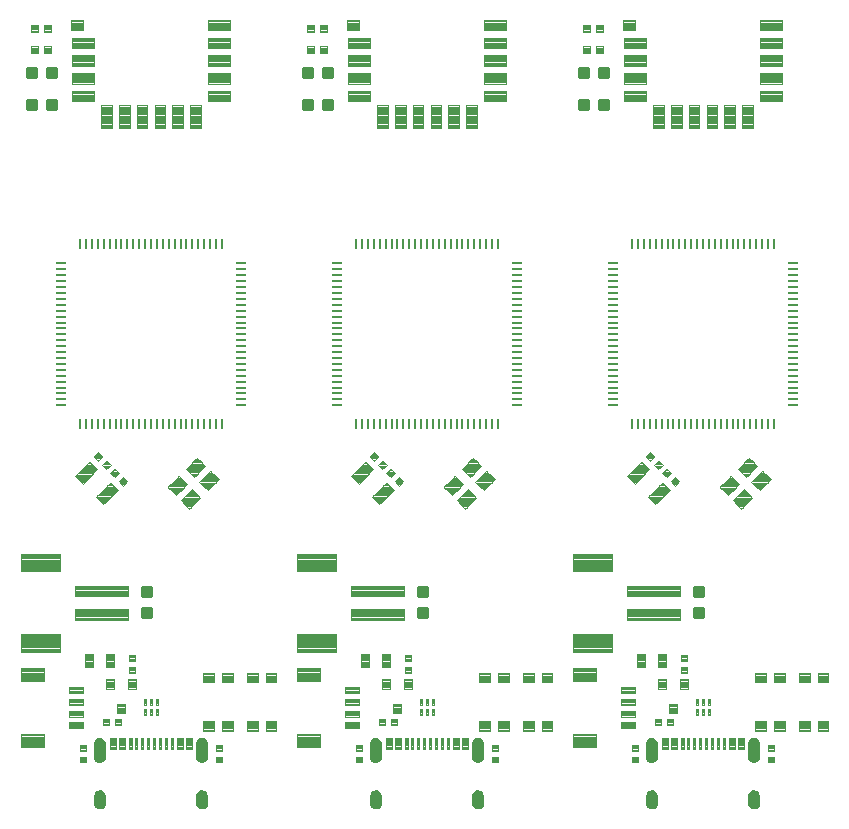
<source format=gtp>
G04 EAGLE Gerber RS-274X export*
G75*
%MOMM*%
%FSLAX34Y34*%
%LPD*%
%INSolderpaste Top*%
%IPPOS*%
%AMOC8*
5,1,8,0,0,1.08239X$1,22.5*%
G01*
%ADD10C,0.102000*%
%ADD11C,0.102500*%
%ADD12C,0.100000*%
%ADD13C,0.096000*%
%ADD14C,0.300000*%
%ADD15R,0.175000X0.900000*%
%ADD16R,0.900000X0.175000*%
%ADD17C,0.099000*%
%ADD18C,0.105000*%
%ADD19C,0.104000*%

G36*
X390980Y42427D02*
X390980Y42427D01*
X390981Y42427D01*
X392049Y42446D01*
X392056Y42451D01*
X392060Y42447D01*
X393097Y42703D01*
X393102Y42710D01*
X393108Y42707D01*
X394062Y43188D01*
X394066Y43195D01*
X394071Y43194D01*
X394895Y43875D01*
X394896Y43883D01*
X394902Y43883D01*
X395553Y44730D01*
X395553Y44738D01*
X395559Y44739D01*
X396006Y45710D01*
X396004Y45718D01*
X396009Y45720D01*
X396228Y46766D01*
X396225Y46773D01*
X396229Y46776D01*
X396229Y58776D01*
X396226Y58781D01*
X396229Y58784D01*
X396049Y59879D01*
X396043Y59885D01*
X396046Y59890D01*
X395627Y60918D01*
X395620Y60922D01*
X395622Y60927D01*
X394985Y61836D01*
X394977Y61839D01*
X394977Y61844D01*
X394154Y62588D01*
X394146Y62589D01*
X394145Y62595D01*
X393177Y63137D01*
X393168Y63136D01*
X393166Y63142D01*
X392102Y63455D01*
X392097Y63453D01*
X392093Y63453D01*
X392091Y63457D01*
X390983Y63525D01*
X390977Y63521D01*
X390973Y63525D01*
X389865Y63355D01*
X389859Y63349D01*
X389854Y63352D01*
X388812Y62940D01*
X388808Y62933D01*
X388803Y62935D01*
X387878Y62301D01*
X387876Y62293D01*
X387870Y62294D01*
X387110Y61471D01*
X387109Y61462D01*
X387103Y61462D01*
X386546Y60490D01*
X386547Y60482D01*
X386541Y60480D01*
X386214Y59408D01*
X386217Y59400D01*
X386212Y59397D01*
X386131Y58280D01*
X386132Y58277D01*
X386131Y58276D01*
X386131Y46276D01*
X386136Y46269D01*
X386132Y46265D01*
X386351Y45321D01*
X386357Y45315D01*
X386355Y45310D01*
X386779Y44438D01*
X386786Y44435D01*
X386784Y44429D01*
X387391Y43673D01*
X387399Y43671D01*
X387399Y43665D01*
X388159Y43064D01*
X388168Y43064D01*
X388169Y43058D01*
X389044Y42640D01*
X389052Y42642D01*
X389054Y42637D01*
X390000Y42425D01*
X390007Y42428D01*
X390011Y42423D01*
X390980Y42427D01*
G37*
G36*
X157300Y42427D02*
X157300Y42427D01*
X157301Y42427D01*
X158369Y42446D01*
X158376Y42451D01*
X158380Y42447D01*
X159417Y42703D01*
X159422Y42710D01*
X159428Y42707D01*
X160382Y43188D01*
X160386Y43195D01*
X160391Y43194D01*
X161215Y43875D01*
X161216Y43883D01*
X161222Y43883D01*
X161873Y44730D01*
X161873Y44738D01*
X161879Y44739D01*
X162326Y45710D01*
X162324Y45718D01*
X162329Y45720D01*
X162548Y46766D01*
X162545Y46773D01*
X162549Y46776D01*
X162549Y58776D01*
X162546Y58781D01*
X162549Y58784D01*
X162369Y59879D01*
X162363Y59885D01*
X162366Y59890D01*
X161947Y60918D01*
X161940Y60922D01*
X161942Y60927D01*
X161305Y61836D01*
X161297Y61839D01*
X161297Y61844D01*
X160474Y62588D01*
X160466Y62589D01*
X160465Y62595D01*
X159497Y63137D01*
X159488Y63136D01*
X159486Y63142D01*
X158422Y63455D01*
X158417Y63453D01*
X158413Y63453D01*
X158411Y63457D01*
X157303Y63525D01*
X157297Y63521D01*
X157293Y63525D01*
X156185Y63355D01*
X156179Y63349D01*
X156174Y63352D01*
X155132Y62940D01*
X155128Y62933D01*
X155123Y62935D01*
X154198Y62301D01*
X154196Y62293D01*
X154190Y62294D01*
X153430Y61471D01*
X153429Y61462D01*
X153423Y61462D01*
X152866Y60490D01*
X152867Y60482D01*
X152861Y60480D01*
X152534Y59408D01*
X152537Y59400D01*
X152532Y59397D01*
X152451Y58280D01*
X152452Y58277D01*
X152451Y58276D01*
X152451Y46276D01*
X152456Y46269D01*
X152452Y46265D01*
X152671Y45321D01*
X152677Y45315D01*
X152675Y45310D01*
X153099Y44438D01*
X153106Y44435D01*
X153104Y44429D01*
X153711Y43673D01*
X153719Y43671D01*
X153719Y43665D01*
X154479Y43064D01*
X154488Y43064D01*
X154489Y43058D01*
X155364Y42640D01*
X155372Y42642D01*
X155374Y42637D01*
X156320Y42425D01*
X156327Y42428D01*
X156331Y42423D01*
X157300Y42427D01*
G37*
G36*
X624660Y42427D02*
X624660Y42427D01*
X624661Y42427D01*
X625729Y42446D01*
X625736Y42451D01*
X625740Y42447D01*
X626777Y42703D01*
X626782Y42710D01*
X626788Y42707D01*
X627742Y43188D01*
X627746Y43195D01*
X627751Y43194D01*
X628575Y43875D01*
X628576Y43883D01*
X628582Y43883D01*
X629233Y44730D01*
X629233Y44738D01*
X629239Y44739D01*
X629686Y45710D01*
X629684Y45718D01*
X629689Y45720D01*
X629908Y46766D01*
X629905Y46773D01*
X629909Y46776D01*
X629909Y58776D01*
X629906Y58781D01*
X629909Y58784D01*
X629729Y59879D01*
X629723Y59885D01*
X629726Y59890D01*
X629307Y60918D01*
X629300Y60922D01*
X629302Y60927D01*
X628665Y61836D01*
X628657Y61839D01*
X628657Y61844D01*
X627834Y62588D01*
X627826Y62589D01*
X627825Y62595D01*
X626857Y63137D01*
X626848Y63136D01*
X626846Y63142D01*
X625782Y63455D01*
X625777Y63453D01*
X625773Y63453D01*
X625771Y63457D01*
X624663Y63525D01*
X624657Y63521D01*
X624653Y63525D01*
X623545Y63355D01*
X623539Y63349D01*
X623534Y63352D01*
X622492Y62940D01*
X622488Y62933D01*
X622483Y62935D01*
X621558Y62301D01*
X621556Y62293D01*
X621550Y62294D01*
X620790Y61471D01*
X620789Y61462D01*
X620783Y61462D01*
X620226Y60490D01*
X620227Y60482D01*
X620221Y60480D01*
X619894Y59408D01*
X619897Y59400D01*
X619892Y59397D01*
X619811Y58280D01*
X619812Y58277D01*
X619811Y58276D01*
X619811Y46276D01*
X619816Y46269D01*
X619812Y46265D01*
X620031Y45321D01*
X620037Y45315D01*
X620035Y45310D01*
X620459Y44438D01*
X620466Y44435D01*
X620464Y44429D01*
X621071Y43673D01*
X621079Y43671D01*
X621079Y43665D01*
X621839Y43064D01*
X621848Y43064D01*
X621849Y43058D01*
X622724Y42640D01*
X622732Y42642D01*
X622734Y42637D01*
X623680Y42425D01*
X623687Y42428D01*
X623691Y42423D01*
X624660Y42427D01*
G37*
G36*
X539241Y42436D02*
X539241Y42436D01*
X539248Y42441D01*
X539252Y42437D01*
X540304Y42687D01*
X540309Y42693D01*
X540314Y42690D01*
X541284Y43167D01*
X541287Y43175D01*
X541293Y43173D01*
X542132Y43854D01*
X542134Y43862D01*
X542140Y43862D01*
X542806Y44713D01*
X542807Y44721D01*
X542812Y44722D01*
X543273Y45699D01*
X543271Y45707D01*
X543277Y45710D01*
X543508Y46765D01*
X543505Y46773D01*
X543509Y46776D01*
X543509Y58776D01*
X543505Y58781D01*
X543509Y58784D01*
X543316Y59890D01*
X543310Y59895D01*
X543313Y59900D01*
X542880Y60935D01*
X542873Y60939D01*
X542875Y60944D01*
X542222Y61857D01*
X542214Y61859D01*
X542215Y61865D01*
X541376Y62609D01*
X541367Y62610D01*
X541367Y62615D01*
X540383Y63154D01*
X540375Y63153D01*
X540373Y63158D01*
X539294Y63465D01*
X539286Y63462D01*
X539283Y63467D01*
X538163Y63525D01*
X538158Y63522D01*
X538155Y63525D01*
X537109Y63407D01*
X537103Y63401D01*
X537098Y63405D01*
X536104Y63057D01*
X536100Y63050D01*
X536095Y63052D01*
X535203Y62492D01*
X535201Y62485D01*
X535195Y62485D01*
X534451Y61741D01*
X534449Y61733D01*
X534444Y61733D01*
X533884Y60841D01*
X533884Y60833D01*
X533879Y60832D01*
X533531Y59838D01*
X533534Y59830D01*
X533529Y59827D01*
X533411Y58782D01*
X533413Y58778D01*
X533411Y58776D01*
X533411Y46776D01*
X533414Y46771D01*
X533411Y46768D01*
X533569Y45772D01*
X533575Y45766D01*
X533572Y45761D01*
X533947Y44825D01*
X533954Y44821D01*
X533952Y44815D01*
X534526Y43986D01*
X534534Y43983D01*
X534533Y43978D01*
X535277Y43297D01*
X535286Y43296D01*
X535286Y43290D01*
X536163Y42792D01*
X536172Y42793D01*
X536174Y42788D01*
X537139Y42497D01*
X537147Y42500D01*
X537150Y42495D01*
X538157Y42427D01*
X538159Y42428D01*
X538160Y42427D01*
X539241Y42436D01*
G37*
G36*
X305561Y42436D02*
X305561Y42436D01*
X305568Y42441D01*
X305572Y42437D01*
X306624Y42687D01*
X306629Y42693D01*
X306634Y42690D01*
X307604Y43167D01*
X307607Y43175D01*
X307613Y43173D01*
X308452Y43854D01*
X308454Y43862D01*
X308460Y43862D01*
X309126Y44713D01*
X309127Y44721D01*
X309132Y44722D01*
X309593Y45699D01*
X309591Y45707D01*
X309597Y45710D01*
X309828Y46765D01*
X309825Y46773D01*
X309829Y46776D01*
X309829Y58776D01*
X309825Y58781D01*
X309829Y58784D01*
X309636Y59890D01*
X309630Y59895D01*
X309633Y59900D01*
X309200Y60935D01*
X309193Y60939D01*
X309195Y60944D01*
X308542Y61857D01*
X308534Y61859D01*
X308535Y61865D01*
X307696Y62609D01*
X307687Y62610D01*
X307687Y62615D01*
X306703Y63154D01*
X306695Y63153D01*
X306693Y63158D01*
X305614Y63465D01*
X305606Y63462D01*
X305603Y63467D01*
X304483Y63525D01*
X304478Y63522D01*
X304475Y63525D01*
X303429Y63407D01*
X303423Y63401D01*
X303418Y63405D01*
X302424Y63057D01*
X302420Y63050D01*
X302415Y63052D01*
X301523Y62492D01*
X301521Y62485D01*
X301515Y62485D01*
X300771Y61741D01*
X300769Y61733D01*
X300764Y61733D01*
X300204Y60841D01*
X300204Y60833D01*
X300199Y60832D01*
X299851Y59838D01*
X299854Y59830D01*
X299849Y59827D01*
X299731Y58782D01*
X299733Y58778D01*
X299731Y58776D01*
X299731Y46776D01*
X299734Y46771D01*
X299731Y46768D01*
X299889Y45772D01*
X299895Y45766D01*
X299892Y45761D01*
X300267Y44825D01*
X300274Y44821D01*
X300272Y44815D01*
X300846Y43986D01*
X300854Y43983D01*
X300853Y43978D01*
X301597Y43297D01*
X301606Y43296D01*
X301606Y43290D01*
X302483Y42792D01*
X302492Y42793D01*
X302494Y42788D01*
X303459Y42497D01*
X303467Y42500D01*
X303470Y42495D01*
X304477Y42427D01*
X304479Y42428D01*
X304480Y42427D01*
X305561Y42436D01*
G37*
G36*
X71881Y42436D02*
X71881Y42436D01*
X71888Y42441D01*
X71892Y42437D01*
X72944Y42687D01*
X72949Y42693D01*
X72954Y42690D01*
X73924Y43167D01*
X73927Y43175D01*
X73933Y43173D01*
X74772Y43854D01*
X74774Y43862D01*
X74780Y43862D01*
X75446Y44713D01*
X75447Y44721D01*
X75452Y44722D01*
X75913Y45699D01*
X75911Y45707D01*
X75917Y45710D01*
X76148Y46765D01*
X76145Y46773D01*
X76149Y46776D01*
X76149Y58776D01*
X76145Y58781D01*
X76149Y58784D01*
X75956Y59890D01*
X75950Y59895D01*
X75953Y59900D01*
X75520Y60935D01*
X75513Y60939D01*
X75515Y60944D01*
X74862Y61857D01*
X74854Y61859D01*
X74855Y61865D01*
X74016Y62609D01*
X74007Y62610D01*
X74007Y62615D01*
X73023Y63154D01*
X73015Y63153D01*
X73013Y63158D01*
X71934Y63465D01*
X71926Y63462D01*
X71923Y63467D01*
X70803Y63525D01*
X70798Y63522D01*
X70795Y63525D01*
X69749Y63407D01*
X69743Y63401D01*
X69738Y63405D01*
X68744Y63057D01*
X68740Y63050D01*
X68735Y63052D01*
X67843Y62492D01*
X67841Y62485D01*
X67835Y62485D01*
X67091Y61741D01*
X67089Y61733D01*
X67084Y61733D01*
X66524Y60841D01*
X66524Y60833D01*
X66519Y60832D01*
X66171Y59838D01*
X66174Y59830D01*
X66169Y59827D01*
X66051Y58782D01*
X66053Y58778D01*
X66051Y58776D01*
X66051Y46776D01*
X66054Y46771D01*
X66051Y46768D01*
X66209Y45772D01*
X66215Y45766D01*
X66212Y45761D01*
X66587Y44825D01*
X66594Y44821D01*
X66592Y44815D01*
X67166Y43986D01*
X67174Y43983D01*
X67173Y43978D01*
X67917Y43297D01*
X67926Y43296D01*
X67926Y43290D01*
X68803Y42792D01*
X68812Y42793D01*
X68814Y42788D01*
X69779Y42497D01*
X69787Y42500D01*
X69790Y42495D01*
X70797Y42427D01*
X70799Y42428D01*
X70800Y42427D01*
X71881Y42436D01*
G37*
G36*
X625164Y2931D02*
X625164Y2931D01*
X625167Y2927D01*
X626243Y3082D01*
X626248Y3088D01*
X626253Y3085D01*
X627267Y3475D01*
X627271Y3482D01*
X627277Y3481D01*
X628179Y4087D01*
X628181Y4095D01*
X628187Y4094D01*
X628931Y4886D01*
X628932Y4894D01*
X628938Y4894D01*
X629487Y5832D01*
X629486Y5840D01*
X629492Y5842D01*
X629819Y6878D01*
X629816Y6886D01*
X629821Y6889D01*
X629909Y7972D01*
X629907Y7975D01*
X629909Y7976D01*
X629909Y13976D01*
X629906Y13980D01*
X629909Y13982D01*
X629759Y15115D01*
X629753Y15121D01*
X629756Y15126D01*
X629358Y16196D01*
X629351Y16200D01*
X629353Y16206D01*
X628726Y17161D01*
X628718Y17164D01*
X628719Y17169D01*
X627896Y17961D01*
X627888Y17962D01*
X627887Y17968D01*
X626908Y18557D01*
X626900Y18556D01*
X626898Y18561D01*
X625813Y18917D01*
X625805Y18915D01*
X625802Y18919D01*
X624665Y19025D01*
X624656Y19020D01*
X624651Y19024D01*
X623514Y18817D01*
X623508Y18811D01*
X623503Y18814D01*
X622441Y18359D01*
X622437Y18352D01*
X622431Y18354D01*
X621496Y17674D01*
X621494Y17666D01*
X621488Y17667D01*
X620728Y16796D01*
X620728Y16788D01*
X620722Y16787D01*
X620175Y15768D01*
X620176Y15760D01*
X620171Y15758D01*
X620167Y15745D01*
X620154Y15696D01*
X620153Y15696D01*
X620154Y15696D01*
X620140Y15647D01*
X620126Y15597D01*
X620113Y15548D01*
X620099Y15499D01*
X620086Y15450D01*
X620072Y15400D01*
X620059Y15351D01*
X620045Y15302D01*
X620031Y15253D01*
X620018Y15203D01*
X620004Y15154D01*
X619991Y15105D01*
X619977Y15056D01*
X619964Y15006D01*
X619950Y14957D01*
X619937Y14908D01*
X619936Y14908D01*
X619923Y14859D01*
X619909Y14809D01*
X619864Y14644D01*
X619867Y14636D01*
X619862Y14633D01*
X619811Y13478D01*
X619812Y13477D01*
X619811Y13476D01*
X619811Y7476D01*
X619815Y7470D01*
X619812Y7467D01*
X620024Y6386D01*
X620030Y6381D01*
X620027Y6376D01*
X620474Y5370D01*
X620481Y5366D01*
X620479Y5360D01*
X621139Y4479D01*
X621147Y4476D01*
X621147Y4471D01*
X621986Y3758D01*
X621994Y3758D01*
X621995Y3752D01*
X622972Y3244D01*
X622980Y3245D01*
X622982Y3240D01*
X624047Y2962D01*
X624055Y2965D01*
X624058Y2961D01*
X625159Y2927D01*
X625164Y2931D01*
G37*
G36*
X157804Y2931D02*
X157804Y2931D01*
X157807Y2927D01*
X158883Y3082D01*
X158888Y3088D01*
X158893Y3085D01*
X159907Y3475D01*
X159911Y3482D01*
X159917Y3481D01*
X160819Y4087D01*
X160821Y4095D01*
X160827Y4094D01*
X161571Y4886D01*
X161572Y4894D01*
X161578Y4894D01*
X162127Y5832D01*
X162126Y5840D01*
X162132Y5842D01*
X162459Y6878D01*
X162456Y6886D01*
X162461Y6889D01*
X162549Y7972D01*
X162547Y7975D01*
X162549Y7976D01*
X162549Y13976D01*
X162546Y13980D01*
X162549Y13982D01*
X162399Y15115D01*
X162393Y15121D01*
X162396Y15126D01*
X161998Y16196D01*
X161991Y16200D01*
X161993Y16206D01*
X161366Y17161D01*
X161358Y17164D01*
X161359Y17169D01*
X160536Y17961D01*
X160528Y17962D01*
X160527Y17968D01*
X159548Y18557D01*
X159540Y18556D01*
X159538Y18561D01*
X158453Y18917D01*
X158445Y18915D01*
X158442Y18919D01*
X157305Y19025D01*
X157296Y19020D01*
X157291Y19024D01*
X156154Y18817D01*
X156148Y18811D01*
X156143Y18814D01*
X155081Y18359D01*
X155077Y18352D01*
X155071Y18354D01*
X154136Y17674D01*
X154134Y17666D01*
X154128Y17667D01*
X153368Y16796D01*
X153368Y16788D01*
X153362Y16787D01*
X152815Y15768D01*
X152816Y15760D01*
X152811Y15758D01*
X152807Y15745D01*
X152794Y15696D01*
X152793Y15696D01*
X152794Y15696D01*
X152780Y15647D01*
X152766Y15597D01*
X152753Y15548D01*
X152739Y15499D01*
X152726Y15450D01*
X152712Y15400D01*
X152699Y15351D01*
X152685Y15302D01*
X152671Y15253D01*
X152658Y15203D01*
X152644Y15154D01*
X152631Y15105D01*
X152617Y15056D01*
X152604Y15006D01*
X152590Y14957D01*
X152577Y14908D01*
X152576Y14908D01*
X152563Y14859D01*
X152549Y14809D01*
X152504Y14644D01*
X152507Y14636D01*
X152502Y14633D01*
X152451Y13478D01*
X152452Y13477D01*
X152451Y13476D01*
X152451Y7476D01*
X152455Y7470D01*
X152452Y7467D01*
X152664Y6386D01*
X152670Y6381D01*
X152667Y6376D01*
X153114Y5370D01*
X153121Y5366D01*
X153119Y5360D01*
X153779Y4479D01*
X153787Y4476D01*
X153787Y4471D01*
X154626Y3758D01*
X154634Y3758D01*
X154635Y3752D01*
X155612Y3244D01*
X155620Y3245D01*
X155622Y3240D01*
X156687Y2962D01*
X156695Y2965D01*
X156698Y2961D01*
X157799Y2927D01*
X157804Y2931D01*
G37*
G36*
X391484Y2931D02*
X391484Y2931D01*
X391487Y2927D01*
X392563Y3082D01*
X392568Y3088D01*
X392573Y3085D01*
X393587Y3475D01*
X393591Y3482D01*
X393597Y3481D01*
X394499Y4087D01*
X394501Y4095D01*
X394507Y4094D01*
X395251Y4886D01*
X395252Y4894D01*
X395258Y4894D01*
X395807Y5832D01*
X395806Y5840D01*
X395812Y5842D01*
X396139Y6878D01*
X396136Y6886D01*
X396141Y6889D01*
X396229Y7972D01*
X396227Y7975D01*
X396229Y7976D01*
X396229Y13976D01*
X396226Y13980D01*
X396229Y13982D01*
X396079Y15115D01*
X396073Y15121D01*
X396076Y15126D01*
X395678Y16196D01*
X395671Y16200D01*
X395673Y16206D01*
X395046Y17161D01*
X395038Y17164D01*
X395039Y17169D01*
X394216Y17961D01*
X394208Y17962D01*
X394207Y17968D01*
X393228Y18557D01*
X393220Y18556D01*
X393218Y18561D01*
X392133Y18917D01*
X392125Y18915D01*
X392122Y18919D01*
X390985Y19025D01*
X390976Y19020D01*
X390971Y19024D01*
X389834Y18817D01*
X389828Y18811D01*
X389823Y18814D01*
X388761Y18359D01*
X388757Y18352D01*
X388751Y18354D01*
X387816Y17674D01*
X387814Y17666D01*
X387808Y17667D01*
X387048Y16796D01*
X387048Y16788D01*
X387042Y16787D01*
X386495Y15768D01*
X386496Y15760D01*
X386491Y15758D01*
X386487Y15745D01*
X386474Y15696D01*
X386473Y15696D01*
X386474Y15696D01*
X386460Y15647D01*
X386446Y15597D01*
X386433Y15548D01*
X386419Y15499D01*
X386406Y15450D01*
X386392Y15400D01*
X386379Y15351D01*
X386365Y15302D01*
X386351Y15253D01*
X386338Y15203D01*
X386324Y15154D01*
X386311Y15105D01*
X386297Y15056D01*
X386284Y15006D01*
X386270Y14957D01*
X386257Y14908D01*
X386256Y14908D01*
X386243Y14859D01*
X386229Y14809D01*
X386184Y14644D01*
X386187Y14636D01*
X386182Y14633D01*
X386131Y13478D01*
X386132Y13477D01*
X386131Y13476D01*
X386131Y7476D01*
X386135Y7470D01*
X386132Y7467D01*
X386344Y6386D01*
X386350Y6381D01*
X386347Y6376D01*
X386794Y5370D01*
X386801Y5366D01*
X386799Y5360D01*
X387459Y4479D01*
X387467Y4476D01*
X387467Y4471D01*
X388306Y3758D01*
X388314Y3758D01*
X388315Y3752D01*
X389292Y3244D01*
X389300Y3245D01*
X389302Y3240D01*
X390367Y2962D01*
X390375Y2965D01*
X390378Y2961D01*
X391479Y2927D01*
X391484Y2931D01*
G37*
G36*
X304982Y2931D02*
X304982Y2931D01*
X304987Y2927D01*
X306074Y3072D01*
X306080Y3078D01*
X306085Y3075D01*
X307113Y3459D01*
X307118Y3465D01*
X307123Y3464D01*
X308040Y4066D01*
X308043Y4074D01*
X308049Y4073D01*
X308809Y4865D01*
X308810Y4873D01*
X308816Y4874D01*
X309380Y5815D01*
X309380Y5818D01*
X309381Y5819D01*
X309380Y5821D01*
X309379Y5823D01*
X309385Y5825D01*
X309726Y6868D01*
X309724Y6876D01*
X309728Y6879D01*
X309829Y7972D01*
X309827Y7974D01*
X309829Y7976D01*
X309829Y13976D01*
X309827Y13979D01*
X309829Y13981D01*
X309728Y15073D01*
X309723Y15079D01*
X309726Y15084D01*
X309385Y16127D01*
X309378Y16132D01*
X309380Y16137D01*
X308816Y17078D01*
X308808Y17081D01*
X308809Y17087D01*
X308049Y17879D01*
X308041Y17880D01*
X308040Y17886D01*
X307123Y18489D01*
X307115Y18488D01*
X307113Y18494D01*
X306085Y18877D01*
X306077Y18875D01*
X306074Y18880D01*
X304987Y19025D01*
X304979Y19021D01*
X304975Y19025D01*
X303838Y18919D01*
X303832Y18914D01*
X303827Y18917D01*
X302742Y18561D01*
X302737Y18554D01*
X302732Y18557D01*
X301753Y17968D01*
X301750Y17960D01*
X301744Y17961D01*
X300921Y17169D01*
X300920Y17161D01*
X300914Y17161D01*
X300287Y16206D01*
X300288Y16198D01*
X300282Y16196D01*
X299884Y15126D01*
X299886Y15118D01*
X299881Y15115D01*
X299731Y13982D01*
X299734Y13978D01*
X299731Y13976D01*
X299731Y7976D01*
X299734Y7972D01*
X299731Y7970D01*
X299881Y6837D01*
X299887Y6831D01*
X299884Y6826D01*
X300282Y5756D01*
X300289Y5752D01*
X300287Y5746D01*
X300914Y4791D01*
X300922Y4788D01*
X300921Y4783D01*
X301744Y3991D01*
X301752Y3990D01*
X301753Y3984D01*
X302732Y3395D01*
X302740Y3396D01*
X302742Y3391D01*
X303827Y3035D01*
X303835Y3038D01*
X303838Y3033D01*
X304975Y2927D01*
X304982Y2931D01*
G37*
G36*
X71302Y2931D02*
X71302Y2931D01*
X71307Y2927D01*
X72394Y3072D01*
X72400Y3078D01*
X72405Y3075D01*
X73433Y3459D01*
X73438Y3465D01*
X73443Y3464D01*
X74360Y4066D01*
X74363Y4074D01*
X74369Y4073D01*
X75129Y4865D01*
X75130Y4873D01*
X75136Y4874D01*
X75700Y5815D01*
X75700Y5818D01*
X75701Y5819D01*
X75700Y5821D01*
X75699Y5823D01*
X75705Y5825D01*
X76046Y6868D01*
X76044Y6876D01*
X76048Y6879D01*
X76149Y7972D01*
X76147Y7974D01*
X76149Y7976D01*
X76149Y13976D01*
X76147Y13979D01*
X76149Y13981D01*
X76048Y15073D01*
X76043Y15079D01*
X76046Y15084D01*
X75705Y16127D01*
X75698Y16132D01*
X75700Y16137D01*
X75136Y17078D01*
X75128Y17081D01*
X75129Y17087D01*
X74369Y17879D01*
X74361Y17880D01*
X74360Y17886D01*
X73443Y18489D01*
X73435Y18488D01*
X73433Y18494D01*
X72405Y18877D01*
X72397Y18875D01*
X72394Y18880D01*
X71307Y19025D01*
X71299Y19021D01*
X71295Y19025D01*
X70158Y18919D01*
X70152Y18914D01*
X70147Y18917D01*
X69062Y18561D01*
X69057Y18554D01*
X69052Y18557D01*
X68073Y17968D01*
X68070Y17960D01*
X68064Y17961D01*
X67241Y17169D01*
X67240Y17161D01*
X67234Y17161D01*
X66607Y16206D01*
X66608Y16198D01*
X66602Y16196D01*
X66204Y15126D01*
X66206Y15118D01*
X66201Y15115D01*
X66051Y13982D01*
X66054Y13978D01*
X66051Y13976D01*
X66051Y7976D01*
X66054Y7972D01*
X66051Y7970D01*
X66201Y6837D01*
X66207Y6831D01*
X66204Y6826D01*
X66602Y5756D01*
X66609Y5752D01*
X66607Y5746D01*
X67234Y4791D01*
X67242Y4788D01*
X67241Y4783D01*
X68064Y3991D01*
X68072Y3990D01*
X68073Y3984D01*
X69052Y3395D01*
X69060Y3396D01*
X69062Y3391D01*
X70147Y3035D01*
X70155Y3038D01*
X70158Y3033D01*
X71295Y2927D01*
X71302Y2931D01*
G37*
G36*
X538662Y2931D02*
X538662Y2931D01*
X538667Y2927D01*
X539754Y3072D01*
X539760Y3078D01*
X539765Y3075D01*
X540793Y3459D01*
X540798Y3465D01*
X540803Y3464D01*
X541720Y4066D01*
X541723Y4074D01*
X541729Y4073D01*
X542489Y4865D01*
X542490Y4873D01*
X542496Y4874D01*
X543060Y5815D01*
X543060Y5818D01*
X543061Y5819D01*
X543060Y5821D01*
X543059Y5823D01*
X543065Y5825D01*
X543406Y6868D01*
X543404Y6876D01*
X543408Y6879D01*
X543509Y7972D01*
X543507Y7974D01*
X543509Y7976D01*
X543509Y13976D01*
X543507Y13979D01*
X543509Y13981D01*
X543408Y15073D01*
X543403Y15079D01*
X543406Y15084D01*
X543065Y16127D01*
X543058Y16132D01*
X543060Y16137D01*
X542496Y17078D01*
X542488Y17081D01*
X542489Y17087D01*
X541729Y17879D01*
X541721Y17880D01*
X541720Y17886D01*
X540803Y18489D01*
X540795Y18488D01*
X540793Y18494D01*
X539765Y18877D01*
X539757Y18875D01*
X539754Y18880D01*
X538667Y19025D01*
X538659Y19021D01*
X538655Y19025D01*
X537518Y18919D01*
X537512Y18914D01*
X537507Y18917D01*
X536422Y18561D01*
X536417Y18554D01*
X536412Y18557D01*
X535433Y17968D01*
X535430Y17960D01*
X535424Y17961D01*
X534601Y17169D01*
X534600Y17161D01*
X534594Y17161D01*
X533967Y16206D01*
X533968Y16198D01*
X533962Y16196D01*
X533564Y15126D01*
X533566Y15118D01*
X533561Y15115D01*
X533411Y13982D01*
X533414Y13978D01*
X533411Y13976D01*
X533411Y7976D01*
X533414Y7972D01*
X533411Y7970D01*
X533561Y6837D01*
X533567Y6831D01*
X533564Y6826D01*
X533962Y5756D01*
X533969Y5752D01*
X533967Y5746D01*
X534594Y4791D01*
X534602Y4788D01*
X534601Y4783D01*
X535424Y3991D01*
X535432Y3990D01*
X535433Y3984D01*
X536412Y3395D01*
X536420Y3396D01*
X536422Y3391D01*
X537507Y3035D01*
X537515Y3038D01*
X537518Y3033D01*
X538655Y2927D01*
X538662Y2931D01*
G37*
D10*
X122790Y54086D02*
X120810Y54086D01*
X120810Y63066D01*
X122790Y63066D01*
X122790Y54086D01*
X122790Y55055D02*
X120810Y55055D01*
X120810Y56024D02*
X122790Y56024D01*
X122790Y56993D02*
X120810Y56993D01*
X120810Y57962D02*
X122790Y57962D01*
X122790Y58931D02*
X120810Y58931D01*
X120810Y59900D02*
X122790Y59900D01*
X122790Y60869D02*
X120810Y60869D01*
X120810Y61838D02*
X122790Y61838D01*
X122790Y62807D02*
X120810Y62807D01*
X117790Y54086D02*
X115810Y54086D01*
X115810Y63066D01*
X117790Y63066D01*
X117790Y54086D01*
X117790Y55055D02*
X115810Y55055D01*
X115810Y56024D02*
X117790Y56024D01*
X117790Y56993D02*
X115810Y56993D01*
X115810Y57962D02*
X117790Y57962D01*
X117790Y58931D02*
X115810Y58931D01*
X115810Y59900D02*
X117790Y59900D01*
X117790Y60869D02*
X115810Y60869D01*
X115810Y61838D02*
X117790Y61838D01*
X117790Y62807D02*
X115810Y62807D01*
X144060Y54086D02*
X149040Y54086D01*
X144060Y54086D02*
X144060Y63066D01*
X149040Y63066D01*
X149040Y54086D01*
X149040Y55055D02*
X144060Y55055D01*
X144060Y56024D02*
X149040Y56024D01*
X149040Y56993D02*
X144060Y56993D01*
X144060Y57962D02*
X149040Y57962D01*
X149040Y58931D02*
X144060Y58931D01*
X144060Y59900D02*
X149040Y59900D01*
X149040Y60869D02*
X144060Y60869D01*
X144060Y61838D02*
X149040Y61838D01*
X149040Y62807D02*
X144060Y62807D01*
X141290Y54086D02*
X136310Y54086D01*
X136310Y63066D01*
X141290Y63066D01*
X141290Y54086D01*
X141290Y55055D02*
X136310Y55055D01*
X136310Y56024D02*
X141290Y56024D01*
X141290Y56993D02*
X136310Y56993D01*
X136310Y57962D02*
X141290Y57962D01*
X141290Y58931D02*
X136310Y58931D01*
X136310Y59900D02*
X141290Y59900D01*
X141290Y60869D02*
X136310Y60869D01*
X136310Y61838D02*
X141290Y61838D01*
X141290Y62807D02*
X136310Y62807D01*
X132790Y54086D02*
X130810Y54086D01*
X130810Y63066D01*
X132790Y63066D01*
X132790Y54086D01*
X132790Y55055D02*
X130810Y55055D01*
X130810Y56024D02*
X132790Y56024D01*
X132790Y56993D02*
X130810Y56993D01*
X130810Y57962D02*
X132790Y57962D01*
X132790Y58931D02*
X130810Y58931D01*
X130810Y59900D02*
X132790Y59900D01*
X132790Y60869D02*
X130810Y60869D01*
X130810Y61838D02*
X132790Y61838D01*
X132790Y62807D02*
X130810Y62807D01*
X127790Y54086D02*
X125810Y54086D01*
X125810Y63066D01*
X127790Y63066D01*
X127790Y54086D01*
X127790Y55055D02*
X125810Y55055D01*
X125810Y56024D02*
X127790Y56024D01*
X127790Y56993D02*
X125810Y56993D01*
X125810Y57962D02*
X127790Y57962D01*
X127790Y58931D02*
X125810Y58931D01*
X125810Y59900D02*
X127790Y59900D01*
X127790Y60869D02*
X125810Y60869D01*
X125810Y61838D02*
X127790Y61838D01*
X127790Y62807D02*
X125810Y62807D01*
X107790Y63066D02*
X105810Y63066D01*
X107790Y63066D02*
X107790Y54086D01*
X105810Y54086D01*
X105810Y63066D01*
X105810Y55055D02*
X107790Y55055D01*
X107790Y56024D02*
X105810Y56024D01*
X105810Y56993D02*
X107790Y56993D01*
X107790Y57962D02*
X105810Y57962D01*
X105810Y58931D02*
X107790Y58931D01*
X107790Y59900D02*
X105810Y59900D01*
X105810Y60869D02*
X107790Y60869D01*
X107790Y61838D02*
X105810Y61838D01*
X105810Y62807D02*
X107790Y62807D01*
X110810Y63066D02*
X112790Y63066D01*
X112790Y54086D01*
X110810Y54086D01*
X110810Y63066D01*
X110810Y55055D02*
X112790Y55055D01*
X112790Y56024D02*
X110810Y56024D01*
X110810Y56993D02*
X112790Y56993D01*
X112790Y57962D02*
X110810Y57962D01*
X110810Y58931D02*
X112790Y58931D01*
X112790Y59900D02*
X110810Y59900D01*
X110810Y60869D02*
X112790Y60869D01*
X112790Y61838D02*
X110810Y61838D01*
X110810Y62807D02*
X112790Y62807D01*
X84540Y63066D02*
X79560Y63066D01*
X84540Y63066D02*
X84540Y54086D01*
X79560Y54086D01*
X79560Y63066D01*
X79560Y55055D02*
X84540Y55055D01*
X84540Y56024D02*
X79560Y56024D01*
X79560Y56993D02*
X84540Y56993D01*
X84540Y57962D02*
X79560Y57962D01*
X79560Y58931D02*
X84540Y58931D01*
X84540Y59900D02*
X79560Y59900D01*
X79560Y60869D02*
X84540Y60869D01*
X84540Y61838D02*
X79560Y61838D01*
X79560Y62807D02*
X84540Y62807D01*
X87310Y63066D02*
X92290Y63066D01*
X92290Y54086D01*
X87310Y54086D01*
X87310Y63066D01*
X87310Y55055D02*
X92290Y55055D01*
X92290Y56024D02*
X87310Y56024D01*
X87310Y56993D02*
X92290Y56993D01*
X92290Y57962D02*
X87310Y57962D01*
X87310Y58931D02*
X92290Y58931D01*
X92290Y59900D02*
X87310Y59900D01*
X87310Y60869D02*
X92290Y60869D01*
X92290Y61838D02*
X87310Y61838D01*
X87310Y62807D02*
X92290Y62807D01*
X95810Y63066D02*
X97790Y63066D01*
X97790Y54086D01*
X95810Y54086D01*
X95810Y63066D01*
X95810Y55055D02*
X97790Y55055D01*
X97790Y56024D02*
X95810Y56024D01*
X95810Y56993D02*
X97790Y56993D01*
X97790Y57962D02*
X95810Y57962D01*
X95810Y58931D02*
X97790Y58931D01*
X97790Y59900D02*
X95810Y59900D01*
X95810Y60869D02*
X97790Y60869D01*
X97790Y61838D02*
X95810Y61838D01*
X95810Y62807D02*
X97790Y62807D01*
X100810Y63066D02*
X102790Y63066D01*
X102790Y54086D01*
X100810Y54086D01*
X100810Y63066D01*
X100810Y55055D02*
X102790Y55055D01*
X102790Y56024D02*
X100810Y56024D01*
X100810Y56993D02*
X102790Y56993D01*
X102790Y57962D02*
X100810Y57962D01*
X100810Y58931D02*
X102790Y58931D01*
X102790Y59900D02*
X100810Y59900D01*
X100810Y60869D02*
X102790Y60869D01*
X102790Y61838D02*
X100810Y61838D01*
X100810Y62807D02*
X102790Y62807D01*
D11*
X110038Y82912D02*
X110038Y87988D01*
X110038Y82912D02*
X108562Y82912D01*
X108562Y87988D01*
X110038Y87988D01*
X110038Y83886D02*
X108562Y83886D01*
X108562Y84860D02*
X110038Y84860D01*
X110038Y85834D02*
X108562Y85834D01*
X108562Y86808D02*
X110038Y86808D01*
X110038Y87782D02*
X108562Y87782D01*
X115038Y87488D02*
X115038Y82912D01*
X113562Y82912D01*
X113562Y87488D01*
X115038Y87488D01*
X115038Y83886D02*
X113562Y83886D01*
X113562Y84860D02*
X115038Y84860D01*
X115038Y85834D02*
X113562Y85834D01*
X113562Y86808D02*
X115038Y86808D01*
X120038Y87488D02*
X120038Y82912D01*
X118562Y82912D01*
X118562Y87488D01*
X120038Y87488D01*
X120038Y83886D02*
X118562Y83886D01*
X118562Y84860D02*
X120038Y84860D01*
X120038Y85834D02*
X118562Y85834D01*
X118562Y86808D02*
X120038Y86808D01*
X118562Y91512D02*
X118562Y96088D01*
X120038Y96088D01*
X120038Y91512D01*
X118562Y91512D01*
X118562Y92486D02*
X120038Y92486D01*
X120038Y93460D02*
X118562Y93460D01*
X118562Y94434D02*
X120038Y94434D01*
X120038Y95408D02*
X118562Y95408D01*
X113562Y96088D02*
X113562Y91512D01*
X113562Y96088D02*
X115038Y96088D01*
X115038Y91512D01*
X113562Y91512D01*
X113562Y92486D02*
X115038Y92486D01*
X115038Y93460D02*
X113562Y93460D01*
X113562Y94434D02*
X115038Y94434D01*
X115038Y95408D02*
X113562Y95408D01*
X108562Y96088D02*
X108562Y91512D01*
X108562Y96088D02*
X110038Y96088D01*
X110038Y91512D01*
X108562Y91512D01*
X108562Y92486D02*
X110038Y92486D01*
X110038Y93460D02*
X108562Y93460D01*
X108562Y94434D02*
X110038Y94434D01*
X110038Y95408D02*
X108562Y95408D01*
D12*
X95060Y163300D02*
X95060Y172300D01*
X95060Y163300D02*
X50060Y163300D01*
X50060Y172300D01*
X95060Y172300D01*
X95060Y164250D02*
X50060Y164250D01*
X50060Y165200D02*
X95060Y165200D01*
X95060Y166150D02*
X50060Y166150D01*
X50060Y167100D02*
X95060Y167100D01*
X95060Y168050D02*
X50060Y168050D01*
X50060Y169000D02*
X95060Y169000D01*
X95060Y169950D02*
X50060Y169950D01*
X50060Y170900D02*
X95060Y170900D01*
X95060Y171850D02*
X50060Y171850D01*
X95060Y183300D02*
X95060Y192300D01*
X95060Y183300D02*
X50060Y183300D01*
X50060Y192300D01*
X95060Y192300D01*
X95060Y184250D02*
X50060Y184250D01*
X50060Y185200D02*
X95060Y185200D01*
X95060Y186150D02*
X50060Y186150D01*
X50060Y187100D02*
X95060Y187100D01*
X95060Y188050D02*
X50060Y188050D01*
X50060Y189000D02*
X95060Y189000D01*
X95060Y189950D02*
X50060Y189950D01*
X50060Y190900D02*
X95060Y190900D01*
X95060Y191850D02*
X50060Y191850D01*
D13*
X37080Y151320D02*
X4040Y151320D01*
X37080Y151320D02*
X37080Y136280D01*
X4040Y136280D01*
X4040Y151320D01*
X4040Y137192D02*
X37080Y137192D01*
X37080Y138104D02*
X4040Y138104D01*
X4040Y139016D02*
X37080Y139016D01*
X37080Y139928D02*
X4040Y139928D01*
X4040Y140840D02*
X37080Y140840D01*
X37080Y141752D02*
X4040Y141752D01*
X4040Y142664D02*
X37080Y142664D01*
X37080Y143576D02*
X4040Y143576D01*
X4040Y144488D02*
X37080Y144488D01*
X37080Y145400D02*
X4040Y145400D01*
X4040Y146312D02*
X37080Y146312D01*
X37080Y147224D02*
X4040Y147224D01*
X4040Y148136D02*
X37080Y148136D01*
X37080Y149048D02*
X4040Y149048D01*
X4040Y149960D02*
X37080Y149960D01*
X37080Y150872D02*
X4040Y150872D01*
X4040Y219320D02*
X37080Y219320D01*
X37080Y204280D01*
X4040Y204280D01*
X4040Y219320D01*
X4040Y205192D02*
X37080Y205192D01*
X37080Y206104D02*
X4040Y206104D01*
X4040Y207016D02*
X37080Y207016D01*
X37080Y207928D02*
X4040Y207928D01*
X4040Y208840D02*
X37080Y208840D01*
X37080Y209752D02*
X4040Y209752D01*
X4040Y210664D02*
X37080Y210664D01*
X37080Y211576D02*
X4040Y211576D01*
X4040Y212488D02*
X37080Y212488D01*
X37080Y213400D02*
X4040Y213400D01*
X4040Y214312D02*
X37080Y214312D01*
X37080Y215224D02*
X4040Y215224D01*
X4040Y216136D02*
X37080Y216136D01*
X37080Y217048D02*
X4040Y217048D01*
X4040Y217960D02*
X37080Y217960D01*
X37080Y218872D02*
X4040Y218872D01*
D14*
X107500Y172530D02*
X114500Y172530D01*
X114500Y165530D01*
X107500Y165530D01*
X107500Y172530D01*
X107500Y168380D02*
X114500Y168380D01*
X114500Y171230D02*
X107500Y171230D01*
X107500Y190070D02*
X114500Y190070D01*
X114500Y183070D01*
X107500Y183070D01*
X107500Y190070D01*
X107500Y185920D02*
X114500Y185920D01*
X114500Y188770D02*
X107500Y188770D01*
D10*
X169510Y57490D02*
X169510Y52510D01*
X169510Y57490D02*
X174490Y57490D01*
X174490Y52510D01*
X169510Y52510D01*
X169510Y53479D02*
X174490Y53479D01*
X174490Y54448D02*
X169510Y54448D01*
X169510Y55417D02*
X174490Y55417D01*
X174490Y56386D02*
X169510Y56386D01*
X169510Y57355D02*
X174490Y57355D01*
X169510Y47490D02*
X169510Y42510D01*
X169510Y47490D02*
X174490Y47490D01*
X174490Y42510D01*
X169510Y42510D01*
X169510Y43479D02*
X174490Y43479D01*
X174490Y44448D02*
X169510Y44448D01*
X169510Y45417D02*
X174490Y45417D01*
X174490Y46386D02*
X169510Y46386D01*
X169510Y47355D02*
X174490Y47355D01*
X54510Y52510D02*
X54510Y57490D01*
X59490Y57490D01*
X59490Y52510D01*
X54510Y52510D01*
X54510Y53479D02*
X59490Y53479D01*
X59490Y54448D02*
X54510Y54448D01*
X54510Y55417D02*
X59490Y55417D01*
X59490Y56386D02*
X54510Y56386D01*
X54510Y57355D02*
X59490Y57355D01*
X54510Y47490D02*
X54510Y42510D01*
X54510Y47490D02*
X59490Y47490D01*
X59490Y42510D01*
X54510Y42510D01*
X54510Y43479D02*
X59490Y43479D01*
X59490Y44448D02*
X54510Y44448D01*
X54510Y45417D02*
X59490Y45417D01*
X59490Y46386D02*
X54510Y46386D01*
X54510Y47355D02*
X59490Y47355D01*
D13*
X4530Y111380D02*
X4530Y122420D01*
X23570Y122420D01*
X23570Y111380D01*
X4530Y111380D01*
X4530Y112292D02*
X23570Y112292D01*
X23570Y113204D02*
X4530Y113204D01*
X4530Y114116D02*
X23570Y114116D01*
X23570Y115028D02*
X4530Y115028D01*
X4530Y115940D02*
X23570Y115940D01*
X23570Y116852D02*
X4530Y116852D01*
X4530Y117764D02*
X23570Y117764D01*
X23570Y118676D02*
X4530Y118676D01*
X4530Y119588D02*
X23570Y119588D01*
X23570Y120500D02*
X4530Y120500D01*
X4530Y121412D02*
X23570Y121412D01*
X23570Y122324D02*
X4530Y122324D01*
X4530Y66420D02*
X4530Y55380D01*
X4530Y66420D02*
X23570Y66420D01*
X23570Y55380D01*
X4530Y55380D01*
X4530Y56292D02*
X23570Y56292D01*
X23570Y57204D02*
X4530Y57204D01*
X4530Y58116D02*
X23570Y58116D01*
X23570Y59028D02*
X4530Y59028D01*
X4530Y59940D02*
X23570Y59940D01*
X23570Y60852D02*
X4530Y60852D01*
X4530Y61764D02*
X23570Y61764D01*
X23570Y62676D02*
X4530Y62676D01*
X4530Y63588D02*
X23570Y63588D01*
X23570Y64500D02*
X4530Y64500D01*
X4530Y65412D02*
X23570Y65412D01*
X23570Y66324D02*
X4530Y66324D01*
D10*
X44560Y101410D02*
X44560Y106390D01*
X57040Y106390D01*
X57040Y101410D01*
X44560Y101410D01*
X44560Y102379D02*
X57040Y102379D01*
X57040Y103348D02*
X44560Y103348D01*
X44560Y104317D02*
X57040Y104317D01*
X57040Y105286D02*
X44560Y105286D01*
X44560Y106255D02*
X57040Y106255D01*
X44560Y96390D02*
X44560Y91410D01*
X44560Y96390D02*
X57040Y96390D01*
X57040Y91410D01*
X44560Y91410D01*
X44560Y92379D02*
X57040Y92379D01*
X57040Y93348D02*
X44560Y93348D01*
X44560Y94317D02*
X57040Y94317D01*
X57040Y95286D02*
X44560Y95286D01*
X44560Y96255D02*
X57040Y96255D01*
X44560Y86390D02*
X44560Y81410D01*
X44560Y86390D02*
X57040Y86390D01*
X57040Y81410D01*
X44560Y81410D01*
X44560Y82379D02*
X57040Y82379D01*
X57040Y83348D02*
X44560Y83348D01*
X44560Y84317D02*
X57040Y84317D01*
X57040Y85286D02*
X44560Y85286D01*
X44560Y86255D02*
X57040Y86255D01*
X44560Y76390D02*
X44560Y71410D01*
X44560Y76390D02*
X57040Y76390D01*
X57040Y71410D01*
X44560Y71410D01*
X44560Y72379D02*
X57040Y72379D01*
X57040Y73348D02*
X44560Y73348D01*
X44560Y74317D02*
X57040Y74317D01*
X57040Y75286D02*
X44560Y75286D01*
X44560Y76255D02*
X57040Y76255D01*
D12*
X56800Y662300D02*
X56800Y671300D01*
X56800Y662300D02*
X46800Y662300D01*
X46800Y671300D01*
X56800Y671300D01*
X56800Y663250D02*
X46800Y663250D01*
X46800Y664200D02*
X56800Y664200D01*
X56800Y665150D02*
X46800Y665150D01*
X46800Y666100D02*
X56800Y666100D01*
X56800Y667050D02*
X46800Y667050D01*
X46800Y668000D02*
X56800Y668000D01*
X56800Y668950D02*
X46800Y668950D01*
X46800Y669900D02*
X56800Y669900D01*
X56800Y670850D02*
X46800Y670850D01*
X66300Y656300D02*
X66300Y647300D01*
X47300Y647300D01*
X47300Y656300D01*
X66300Y656300D01*
X66300Y648250D02*
X47300Y648250D01*
X47300Y649200D02*
X66300Y649200D01*
X66300Y650150D02*
X47300Y650150D01*
X47300Y651100D02*
X66300Y651100D01*
X66300Y652050D02*
X47300Y652050D01*
X47300Y653000D02*
X66300Y653000D01*
X66300Y653950D02*
X47300Y653950D01*
X47300Y654900D02*
X66300Y654900D01*
X66300Y655850D02*
X47300Y655850D01*
X66300Y641300D02*
X66300Y632300D01*
X47300Y632300D01*
X47300Y641300D01*
X66300Y641300D01*
X66300Y633250D02*
X47300Y633250D01*
X47300Y634200D02*
X66300Y634200D01*
X66300Y635150D02*
X47300Y635150D01*
X47300Y636100D02*
X66300Y636100D01*
X66300Y637050D02*
X47300Y637050D01*
X47300Y638000D02*
X66300Y638000D01*
X66300Y638950D02*
X47300Y638950D01*
X47300Y639900D02*
X66300Y639900D01*
X66300Y640850D02*
X47300Y640850D01*
X66300Y626300D02*
X66300Y617300D01*
X47300Y617300D01*
X47300Y626300D01*
X66300Y626300D01*
X66300Y618250D02*
X47300Y618250D01*
X47300Y619200D02*
X66300Y619200D01*
X66300Y620150D02*
X47300Y620150D01*
X47300Y621100D02*
X66300Y621100D01*
X66300Y622050D02*
X47300Y622050D01*
X47300Y623000D02*
X66300Y623000D01*
X66300Y623950D02*
X47300Y623950D01*
X47300Y624900D02*
X66300Y624900D01*
X66300Y625850D02*
X47300Y625850D01*
X66300Y611300D02*
X66300Y602300D01*
X47300Y602300D01*
X47300Y611300D01*
X66300Y611300D01*
X66300Y603250D02*
X47300Y603250D01*
X47300Y604200D02*
X66300Y604200D01*
X66300Y605150D02*
X47300Y605150D01*
X47300Y606100D02*
X66300Y606100D01*
X66300Y607050D02*
X47300Y607050D01*
X47300Y608000D02*
X66300Y608000D01*
X66300Y608950D02*
X47300Y608950D01*
X47300Y609900D02*
X66300Y609900D01*
X66300Y610850D02*
X47300Y610850D01*
X72300Y598800D02*
X81300Y598800D01*
X81300Y579800D01*
X72300Y579800D01*
X72300Y598800D01*
X72300Y580750D02*
X81300Y580750D01*
X81300Y581700D02*
X72300Y581700D01*
X72300Y582650D02*
X81300Y582650D01*
X81300Y583600D02*
X72300Y583600D01*
X72300Y584550D02*
X81300Y584550D01*
X81300Y585500D02*
X72300Y585500D01*
X72300Y586450D02*
X81300Y586450D01*
X81300Y587400D02*
X72300Y587400D01*
X72300Y588350D02*
X81300Y588350D01*
X81300Y589300D02*
X72300Y589300D01*
X72300Y590250D02*
X81300Y590250D01*
X81300Y591200D02*
X72300Y591200D01*
X72300Y592150D02*
X81300Y592150D01*
X81300Y593100D02*
X72300Y593100D01*
X72300Y594050D02*
X81300Y594050D01*
X81300Y595000D02*
X72300Y595000D01*
X72300Y595950D02*
X81300Y595950D01*
X81300Y596900D02*
X72300Y596900D01*
X72300Y597850D02*
X81300Y597850D01*
X81300Y598800D02*
X72300Y598800D01*
X87300Y598800D02*
X96300Y598800D01*
X96300Y579800D01*
X87300Y579800D01*
X87300Y598800D01*
X87300Y580750D02*
X96300Y580750D01*
X96300Y581700D02*
X87300Y581700D01*
X87300Y582650D02*
X96300Y582650D01*
X96300Y583600D02*
X87300Y583600D01*
X87300Y584550D02*
X96300Y584550D01*
X96300Y585500D02*
X87300Y585500D01*
X87300Y586450D02*
X96300Y586450D01*
X96300Y587400D02*
X87300Y587400D01*
X87300Y588350D02*
X96300Y588350D01*
X96300Y589300D02*
X87300Y589300D01*
X87300Y590250D02*
X96300Y590250D01*
X96300Y591200D02*
X87300Y591200D01*
X87300Y592150D02*
X96300Y592150D01*
X96300Y593100D02*
X87300Y593100D01*
X87300Y594050D02*
X96300Y594050D01*
X96300Y595000D02*
X87300Y595000D01*
X87300Y595950D02*
X96300Y595950D01*
X96300Y596900D02*
X87300Y596900D01*
X87300Y597850D02*
X96300Y597850D01*
X96300Y598800D02*
X87300Y598800D01*
X102300Y598800D02*
X111300Y598800D01*
X111300Y579800D01*
X102300Y579800D01*
X102300Y598800D01*
X102300Y580750D02*
X111300Y580750D01*
X111300Y581700D02*
X102300Y581700D01*
X102300Y582650D02*
X111300Y582650D01*
X111300Y583600D02*
X102300Y583600D01*
X102300Y584550D02*
X111300Y584550D01*
X111300Y585500D02*
X102300Y585500D01*
X102300Y586450D02*
X111300Y586450D01*
X111300Y587400D02*
X102300Y587400D01*
X102300Y588350D02*
X111300Y588350D01*
X111300Y589300D02*
X102300Y589300D01*
X102300Y590250D02*
X111300Y590250D01*
X111300Y591200D02*
X102300Y591200D01*
X102300Y592150D02*
X111300Y592150D01*
X111300Y593100D02*
X102300Y593100D01*
X102300Y594050D02*
X111300Y594050D01*
X111300Y595000D02*
X102300Y595000D01*
X102300Y595950D02*
X111300Y595950D01*
X111300Y596900D02*
X102300Y596900D01*
X102300Y597850D02*
X111300Y597850D01*
X111300Y598800D02*
X102300Y598800D01*
X117300Y598800D02*
X126300Y598800D01*
X126300Y579800D01*
X117300Y579800D01*
X117300Y598800D01*
X117300Y580750D02*
X126300Y580750D01*
X126300Y581700D02*
X117300Y581700D01*
X117300Y582650D02*
X126300Y582650D01*
X126300Y583600D02*
X117300Y583600D01*
X117300Y584550D02*
X126300Y584550D01*
X126300Y585500D02*
X117300Y585500D01*
X117300Y586450D02*
X126300Y586450D01*
X126300Y587400D02*
X117300Y587400D01*
X117300Y588350D02*
X126300Y588350D01*
X126300Y589300D02*
X117300Y589300D01*
X117300Y590250D02*
X126300Y590250D01*
X126300Y591200D02*
X117300Y591200D01*
X117300Y592150D02*
X126300Y592150D01*
X126300Y593100D02*
X117300Y593100D01*
X117300Y594050D02*
X126300Y594050D01*
X126300Y595000D02*
X117300Y595000D01*
X117300Y595950D02*
X126300Y595950D01*
X126300Y596900D02*
X117300Y596900D01*
X117300Y597850D02*
X126300Y597850D01*
X126300Y598800D02*
X117300Y598800D01*
X132300Y598800D02*
X141300Y598800D01*
X141300Y579800D01*
X132300Y579800D01*
X132300Y598800D01*
X132300Y580750D02*
X141300Y580750D01*
X141300Y581700D02*
X132300Y581700D01*
X132300Y582650D02*
X141300Y582650D01*
X141300Y583600D02*
X132300Y583600D01*
X132300Y584550D02*
X141300Y584550D01*
X141300Y585500D02*
X132300Y585500D01*
X132300Y586450D02*
X141300Y586450D01*
X141300Y587400D02*
X132300Y587400D01*
X132300Y588350D02*
X141300Y588350D01*
X141300Y589300D02*
X132300Y589300D01*
X132300Y590250D02*
X141300Y590250D01*
X141300Y591200D02*
X132300Y591200D01*
X132300Y592150D02*
X141300Y592150D01*
X141300Y593100D02*
X132300Y593100D01*
X132300Y594050D02*
X141300Y594050D01*
X141300Y595000D02*
X132300Y595000D01*
X132300Y595950D02*
X141300Y595950D01*
X141300Y596900D02*
X132300Y596900D01*
X132300Y597850D02*
X141300Y597850D01*
X141300Y598800D02*
X132300Y598800D01*
X147300Y598800D02*
X156300Y598800D01*
X156300Y579800D01*
X147300Y579800D01*
X147300Y598800D01*
X147300Y580750D02*
X156300Y580750D01*
X156300Y581700D02*
X147300Y581700D01*
X147300Y582650D02*
X156300Y582650D01*
X156300Y583600D02*
X147300Y583600D01*
X147300Y584550D02*
X156300Y584550D01*
X156300Y585500D02*
X147300Y585500D01*
X147300Y586450D02*
X156300Y586450D01*
X156300Y587400D02*
X147300Y587400D01*
X147300Y588350D02*
X156300Y588350D01*
X156300Y589300D02*
X147300Y589300D01*
X147300Y590250D02*
X156300Y590250D01*
X156300Y591200D02*
X147300Y591200D01*
X147300Y592150D02*
X156300Y592150D01*
X156300Y593100D02*
X147300Y593100D01*
X147300Y594050D02*
X156300Y594050D01*
X156300Y595000D02*
X147300Y595000D01*
X147300Y595950D02*
X156300Y595950D01*
X156300Y596900D02*
X147300Y596900D01*
X147300Y597850D02*
X156300Y597850D01*
X156300Y598800D02*
X147300Y598800D01*
X162300Y602300D02*
X162300Y611300D01*
X181300Y611300D01*
X181300Y602300D01*
X162300Y602300D01*
X162300Y603250D02*
X181300Y603250D01*
X181300Y604200D02*
X162300Y604200D01*
X162300Y605150D02*
X181300Y605150D01*
X181300Y606100D02*
X162300Y606100D01*
X162300Y607050D02*
X181300Y607050D01*
X181300Y608000D02*
X162300Y608000D01*
X162300Y608950D02*
X181300Y608950D01*
X181300Y609900D02*
X162300Y609900D01*
X162300Y610850D02*
X181300Y610850D01*
X162300Y617300D02*
X162300Y626300D01*
X181300Y626300D01*
X181300Y617300D01*
X162300Y617300D01*
X162300Y618250D02*
X181300Y618250D01*
X181300Y619200D02*
X162300Y619200D01*
X162300Y620150D02*
X181300Y620150D01*
X181300Y621100D02*
X162300Y621100D01*
X162300Y622050D02*
X181300Y622050D01*
X181300Y623000D02*
X162300Y623000D01*
X162300Y623950D02*
X181300Y623950D01*
X181300Y624900D02*
X162300Y624900D01*
X162300Y625850D02*
X181300Y625850D01*
X162300Y632300D02*
X162300Y641300D01*
X181300Y641300D01*
X181300Y632300D01*
X162300Y632300D01*
X162300Y633250D02*
X181300Y633250D01*
X181300Y634200D02*
X162300Y634200D01*
X162300Y635150D02*
X181300Y635150D01*
X181300Y636100D02*
X162300Y636100D01*
X162300Y637050D02*
X181300Y637050D01*
X181300Y638000D02*
X162300Y638000D01*
X162300Y638950D02*
X181300Y638950D01*
X181300Y639900D02*
X162300Y639900D01*
X162300Y640850D02*
X181300Y640850D01*
X162300Y647300D02*
X162300Y656300D01*
X181300Y656300D01*
X181300Y647300D01*
X162300Y647300D01*
X162300Y648250D02*
X181300Y648250D01*
X181300Y649200D02*
X162300Y649200D01*
X162300Y650150D02*
X181300Y650150D01*
X181300Y651100D02*
X162300Y651100D01*
X162300Y652050D02*
X181300Y652050D01*
X181300Y653000D02*
X162300Y653000D01*
X162300Y653950D02*
X181300Y653950D01*
X181300Y654900D02*
X162300Y654900D01*
X162300Y655850D02*
X181300Y655850D01*
X162300Y662300D02*
X162300Y671300D01*
X181300Y671300D01*
X181300Y662300D01*
X162300Y662300D01*
X162300Y663250D02*
X181300Y663250D01*
X181300Y664200D02*
X162300Y664200D01*
X162300Y665150D02*
X181300Y665150D01*
X181300Y666100D02*
X162300Y666100D01*
X162300Y667050D02*
X181300Y667050D01*
X181300Y668000D02*
X162300Y668000D01*
X162300Y668950D02*
X181300Y668950D01*
X181300Y669900D02*
X162300Y669900D01*
X162300Y670850D02*
X181300Y670850D01*
D15*
X54300Y328750D03*
X59300Y328750D03*
X64300Y328750D03*
X69300Y328750D03*
X74300Y328750D03*
X79300Y328750D03*
X84300Y328750D03*
X89300Y328750D03*
X94300Y328750D03*
X99300Y328750D03*
X104300Y328750D03*
X109300Y328750D03*
X114300Y328750D03*
X119300Y328750D03*
X124300Y328750D03*
X129300Y328750D03*
X134300Y328750D03*
X139300Y328750D03*
X144300Y328750D03*
X149300Y328750D03*
X154300Y328750D03*
X159300Y328750D03*
X164300Y328750D03*
X169300Y328750D03*
X174300Y328750D03*
D16*
X190550Y345000D03*
X190550Y350000D03*
X190550Y355000D03*
X190550Y360000D03*
X190550Y365000D03*
X190550Y370000D03*
X190550Y375000D03*
X190550Y380000D03*
X190550Y385000D03*
X190550Y390000D03*
X190550Y395000D03*
X190550Y400000D03*
X190550Y405000D03*
X190550Y410000D03*
X190550Y415000D03*
X190550Y420000D03*
X190550Y425000D03*
X190550Y430000D03*
X190550Y435000D03*
X190550Y440000D03*
X190550Y445000D03*
X190550Y450000D03*
X190550Y455000D03*
X190550Y460000D03*
X190550Y465000D03*
D15*
X174300Y481250D03*
X169300Y481250D03*
X164300Y481250D03*
X159300Y481250D03*
X154300Y481250D03*
X149300Y481250D03*
X144300Y481250D03*
X139300Y481250D03*
X134300Y481250D03*
X129300Y481250D03*
X124300Y481250D03*
X119300Y481250D03*
X114300Y481250D03*
X109300Y481250D03*
X104300Y481250D03*
X99300Y481250D03*
X94300Y481250D03*
X89300Y481250D03*
X84300Y481250D03*
X79300Y481250D03*
X74300Y481250D03*
X69300Y481250D03*
X64300Y481250D03*
X59300Y481250D03*
X54300Y481250D03*
D16*
X38050Y465000D03*
X38050Y460000D03*
X38050Y455000D03*
X38050Y450000D03*
X38050Y445000D03*
X38050Y440000D03*
X38050Y435000D03*
X38050Y430000D03*
X38050Y425000D03*
X38050Y420000D03*
X38050Y415000D03*
X38050Y410000D03*
X38050Y405000D03*
X38050Y400000D03*
X38050Y395000D03*
X38050Y390000D03*
X38050Y385000D03*
X38050Y380000D03*
X38050Y375000D03*
X38050Y370000D03*
X38050Y365000D03*
X38050Y360000D03*
X38050Y355000D03*
X38050Y350000D03*
X38050Y345000D03*
D12*
X49969Y285011D02*
X56333Y278647D01*
X49969Y285011D02*
X61989Y297031D01*
X68353Y290667D01*
X56333Y278647D01*
X57283Y279597D02*
X55383Y279597D01*
X54433Y280547D02*
X58233Y280547D01*
X59183Y281497D02*
X53483Y281497D01*
X52533Y282447D02*
X60133Y282447D01*
X61083Y283397D02*
X51583Y283397D01*
X50633Y284347D02*
X62033Y284347D01*
X62983Y285297D02*
X50255Y285297D01*
X51205Y286247D02*
X63933Y286247D01*
X64883Y287197D02*
X52155Y287197D01*
X53105Y288147D02*
X65833Y288147D01*
X66783Y289097D02*
X54055Y289097D01*
X55005Y290047D02*
X67733Y290047D01*
X68023Y290997D02*
X55955Y290997D01*
X56905Y291947D02*
X67073Y291947D01*
X66123Y292897D02*
X57855Y292897D01*
X58805Y293847D02*
X65173Y293847D01*
X64223Y294797D02*
X59755Y294797D01*
X60705Y295747D02*
X63273Y295747D01*
X62323Y296697D02*
X61655Y296697D01*
X67647Y267333D02*
X74011Y260969D01*
X67647Y267333D02*
X79667Y279353D01*
X86031Y272989D01*
X74011Y260969D01*
X74961Y261919D02*
X73061Y261919D01*
X72111Y262869D02*
X75911Y262869D01*
X76861Y263819D02*
X71161Y263819D01*
X70211Y264769D02*
X77811Y264769D01*
X78761Y265719D02*
X69261Y265719D01*
X68311Y266669D02*
X79711Y266669D01*
X80661Y267619D02*
X67933Y267619D01*
X68883Y268569D02*
X81611Y268569D01*
X82561Y269519D02*
X69833Y269519D01*
X70783Y270469D02*
X83511Y270469D01*
X84461Y271419D02*
X71733Y271419D01*
X72683Y272369D02*
X85411Y272369D01*
X85701Y273319D02*
X73633Y273319D01*
X74583Y274269D02*
X84751Y274269D01*
X83801Y275219D02*
X75533Y275219D01*
X76483Y276169D02*
X82851Y276169D01*
X81901Y277119D02*
X77433Y277119D01*
X78383Y278069D02*
X80951Y278069D01*
X80001Y279019D02*
X79333Y279019D01*
D10*
X80057Y294464D02*
X76536Y297985D01*
X80057Y294464D02*
X76536Y290943D01*
X73015Y294464D01*
X76536Y297985D01*
X77505Y291912D02*
X75567Y291912D01*
X74598Y292881D02*
X78474Y292881D01*
X79443Y293850D02*
X73629Y293850D01*
X73370Y294819D02*
X79702Y294819D01*
X78733Y295788D02*
X74339Y295788D01*
X75308Y296757D02*
X77764Y296757D01*
X76795Y297726D02*
X76277Y297726D01*
X72985Y301536D02*
X69464Y305057D01*
X72985Y301536D02*
X69464Y298015D01*
X65943Y301536D01*
X69464Y305057D01*
X70433Y298984D02*
X68495Y298984D01*
X67526Y299953D02*
X71402Y299953D01*
X72371Y300922D02*
X66557Y300922D01*
X66298Y301891D02*
X72630Y301891D01*
X71661Y302860D02*
X67267Y302860D01*
X68236Y303829D02*
X70692Y303829D01*
X69723Y304798D02*
X69205Y304798D01*
X79943Y287536D02*
X83464Y284015D01*
X79943Y287536D02*
X83464Y291057D01*
X86985Y287536D01*
X83464Y284015D01*
X84433Y284984D02*
X82495Y284984D01*
X81526Y285953D02*
X85402Y285953D01*
X86371Y286922D02*
X80557Y286922D01*
X80298Y287891D02*
X86630Y287891D01*
X85661Y288860D02*
X81267Y288860D01*
X82236Y289829D02*
X84692Y289829D01*
X83723Y290798D02*
X83205Y290798D01*
X87015Y280464D02*
X90536Y276943D01*
X87015Y280464D02*
X90536Y283985D01*
X94057Y280464D01*
X90536Y276943D01*
X91505Y277912D02*
X89567Y277912D01*
X88598Y278881D02*
X92474Y278881D01*
X93443Y279850D02*
X87629Y279850D01*
X87370Y280819D02*
X93702Y280819D01*
X92733Y281788D02*
X88339Y281788D01*
X89308Y282757D02*
X91764Y282757D01*
X90795Y283726D02*
X90277Y283726D01*
D17*
X143983Y291375D02*
X153181Y300573D01*
X160259Y293495D01*
X151061Y284297D01*
X143983Y291375D01*
X150121Y285237D02*
X152001Y285237D01*
X152941Y286177D02*
X149181Y286177D01*
X148241Y287117D02*
X153881Y287117D01*
X154821Y288057D02*
X147301Y288057D01*
X146361Y288997D02*
X155761Y288997D01*
X156701Y289937D02*
X145421Y289937D01*
X144481Y290877D02*
X157641Y290877D01*
X158581Y291817D02*
X144425Y291817D01*
X145365Y292757D02*
X159521Y292757D01*
X160057Y293697D02*
X146305Y293697D01*
X147245Y294637D02*
X159117Y294637D01*
X158177Y295577D02*
X148185Y295577D01*
X149125Y296517D02*
X157237Y296517D01*
X156297Y297457D02*
X150065Y297457D01*
X151005Y298397D02*
X155357Y298397D01*
X154417Y299337D02*
X151945Y299337D01*
X152885Y300277D02*
X153477Y300277D01*
X137625Y285017D02*
X128427Y275819D01*
X137625Y285017D02*
X144703Y277939D01*
X135505Y268741D01*
X128427Y275819D01*
X134565Y269681D02*
X136445Y269681D01*
X137385Y270621D02*
X133625Y270621D01*
X132685Y271561D02*
X138325Y271561D01*
X139265Y272501D02*
X131745Y272501D01*
X130805Y273441D02*
X140205Y273441D01*
X141145Y274381D02*
X129865Y274381D01*
X128925Y275321D02*
X142085Y275321D01*
X143025Y276261D02*
X128869Y276261D01*
X129809Y277201D02*
X143965Y277201D01*
X144501Y278141D02*
X130749Y278141D01*
X131689Y279081D02*
X143561Y279081D01*
X142621Y280021D02*
X132629Y280021D01*
X133569Y280961D02*
X141681Y280961D01*
X140741Y281901D02*
X134509Y281901D01*
X135449Y282841D02*
X139801Y282841D01*
X138861Y283781D02*
X136389Y283781D01*
X137329Y284721D02*
X137921Y284721D01*
X148939Y273703D02*
X139741Y264505D01*
X148939Y273703D02*
X156017Y266625D01*
X146819Y257427D01*
X139741Y264505D01*
X145879Y258367D02*
X147759Y258367D01*
X148699Y259307D02*
X144939Y259307D01*
X143999Y260247D02*
X149639Y260247D01*
X150579Y261187D02*
X143059Y261187D01*
X142119Y262127D02*
X151519Y262127D01*
X152459Y263067D02*
X141179Y263067D01*
X140239Y264007D02*
X153399Y264007D01*
X154339Y264947D02*
X140183Y264947D01*
X141123Y265887D02*
X155279Y265887D01*
X155815Y266827D02*
X142063Y266827D01*
X143003Y267767D02*
X154875Y267767D01*
X153935Y268707D02*
X143943Y268707D01*
X144883Y269647D02*
X152995Y269647D01*
X152055Y270587D02*
X145823Y270587D01*
X146763Y271527D02*
X151115Y271527D01*
X150175Y272467D02*
X147703Y272467D01*
X148643Y273407D02*
X149235Y273407D01*
X155297Y280061D02*
X164495Y289259D01*
X171573Y282181D01*
X162375Y272983D01*
X155297Y280061D01*
X161435Y273923D02*
X163315Y273923D01*
X164255Y274863D02*
X160495Y274863D01*
X159555Y275803D02*
X165195Y275803D01*
X166135Y276743D02*
X158615Y276743D01*
X157675Y277683D02*
X167075Y277683D01*
X168015Y278623D02*
X156735Y278623D01*
X155795Y279563D02*
X168955Y279563D01*
X169895Y280503D02*
X155739Y280503D01*
X156679Y281443D02*
X170835Y281443D01*
X171371Y282383D02*
X157619Y282383D01*
X158559Y283323D02*
X170431Y283323D01*
X169491Y284263D02*
X159499Y284263D01*
X160439Y285203D02*
X168551Y285203D01*
X167611Y286143D02*
X161379Y286143D01*
X162319Y287083D02*
X166671Y287083D01*
X165731Y288023D02*
X163259Y288023D01*
X164199Y288963D02*
X164791Y288963D01*
X167505Y118505D02*
X167505Y110495D01*
X158495Y110495D01*
X158495Y118505D01*
X167505Y118505D01*
X167505Y111435D02*
X158495Y111435D01*
X158495Y112375D02*
X167505Y112375D01*
X167505Y113315D02*
X158495Y113315D01*
X158495Y114255D02*
X167505Y114255D01*
X167505Y115195D02*
X158495Y115195D01*
X158495Y116135D02*
X167505Y116135D01*
X167505Y117075D02*
X158495Y117075D01*
X158495Y118015D02*
X167505Y118015D01*
X183505Y118505D02*
X183505Y110495D01*
X174495Y110495D01*
X174495Y118505D01*
X183505Y118505D01*
X183505Y111435D02*
X174495Y111435D01*
X174495Y112375D02*
X183505Y112375D01*
X183505Y113315D02*
X174495Y113315D01*
X174495Y114255D02*
X183505Y114255D01*
X183505Y115195D02*
X174495Y115195D01*
X174495Y116135D02*
X183505Y116135D01*
X183505Y117075D02*
X174495Y117075D01*
X174495Y118015D02*
X183505Y118015D01*
X183505Y77505D02*
X183505Y69495D01*
X174495Y69495D01*
X174495Y77505D01*
X183505Y77505D01*
X183505Y70435D02*
X174495Y70435D01*
X174495Y71375D02*
X183505Y71375D01*
X183505Y72315D02*
X174495Y72315D01*
X174495Y73255D02*
X183505Y73255D01*
X183505Y74195D02*
X174495Y74195D01*
X174495Y75135D02*
X183505Y75135D01*
X183505Y76075D02*
X174495Y76075D01*
X174495Y77015D02*
X183505Y77015D01*
X167505Y77505D02*
X167505Y69495D01*
X158495Y69495D01*
X158495Y77505D01*
X167505Y77505D01*
X167505Y70435D02*
X158495Y70435D01*
X158495Y71375D02*
X167505Y71375D01*
X167505Y72315D02*
X158495Y72315D01*
X158495Y73255D02*
X167505Y73255D01*
X167505Y74195D02*
X158495Y74195D01*
X158495Y75135D02*
X167505Y75135D01*
X167505Y76075D02*
X158495Y76075D01*
X158495Y77015D02*
X167505Y77015D01*
X211495Y77505D02*
X211495Y69495D01*
X211495Y77505D02*
X220505Y77505D01*
X220505Y69495D01*
X211495Y69495D01*
X211495Y70435D02*
X220505Y70435D01*
X220505Y71375D02*
X211495Y71375D01*
X211495Y72315D02*
X220505Y72315D01*
X220505Y73255D02*
X211495Y73255D01*
X211495Y74195D02*
X220505Y74195D01*
X220505Y75135D02*
X211495Y75135D01*
X211495Y76075D02*
X220505Y76075D01*
X220505Y77015D02*
X211495Y77015D01*
X195495Y77505D02*
X195495Y69495D01*
X195495Y77505D02*
X204505Y77505D01*
X204505Y69495D01*
X195495Y69495D01*
X195495Y70435D02*
X204505Y70435D01*
X204505Y71375D02*
X195495Y71375D01*
X195495Y72315D02*
X204505Y72315D01*
X204505Y73255D02*
X195495Y73255D01*
X195495Y74195D02*
X204505Y74195D01*
X204505Y75135D02*
X195495Y75135D01*
X195495Y76075D02*
X204505Y76075D01*
X204505Y77015D02*
X195495Y77015D01*
X195495Y110495D02*
X195495Y118505D01*
X204505Y118505D01*
X204505Y110495D01*
X195495Y110495D01*
X195495Y111435D02*
X204505Y111435D01*
X204505Y112375D02*
X195495Y112375D01*
X195495Y113315D02*
X204505Y113315D01*
X204505Y114255D02*
X195495Y114255D01*
X195495Y115195D02*
X204505Y115195D01*
X204505Y116135D02*
X195495Y116135D01*
X195495Y117075D02*
X204505Y117075D01*
X204505Y118015D02*
X195495Y118015D01*
X211495Y118505D02*
X211495Y110495D01*
X211495Y118505D02*
X220505Y118505D01*
X220505Y110495D01*
X211495Y110495D01*
X211495Y111435D02*
X220505Y111435D01*
X220505Y112375D02*
X211495Y112375D01*
X211495Y113315D02*
X220505Y113315D01*
X220505Y114255D02*
X211495Y114255D01*
X211495Y115195D02*
X220505Y115195D01*
X220505Y116135D02*
X211495Y116135D01*
X211495Y117075D02*
X220505Y117075D01*
X220505Y118015D02*
X211495Y118015D01*
D14*
X16730Y622500D02*
X16730Y629500D01*
X16730Y622500D02*
X9730Y622500D01*
X9730Y629500D01*
X16730Y629500D01*
X16730Y625350D02*
X9730Y625350D01*
X9730Y628200D02*
X16730Y628200D01*
X34270Y629500D02*
X34270Y622500D01*
X27270Y622500D01*
X27270Y629500D01*
X34270Y629500D01*
X34270Y625350D02*
X27270Y625350D01*
X27270Y628200D02*
X34270Y628200D01*
D18*
X18475Y661175D02*
X18475Y667125D01*
X18475Y661175D02*
X12525Y661175D01*
X12525Y667125D01*
X18475Y667125D01*
X18475Y662172D02*
X12525Y662172D01*
X12525Y663169D02*
X18475Y663169D01*
X18475Y664166D02*
X12525Y664166D01*
X12525Y665163D02*
X18475Y665163D01*
X18475Y666160D02*
X12525Y666160D01*
X29475Y667125D02*
X29475Y661175D01*
X23525Y661175D01*
X23525Y667125D01*
X29475Y667125D01*
X29475Y662172D02*
X23525Y662172D01*
X23525Y663169D02*
X29475Y663169D01*
X29475Y664166D02*
X23525Y664166D01*
X23525Y665163D02*
X29475Y665163D01*
X29475Y666160D02*
X23525Y666160D01*
X29475Y648825D02*
X29475Y642875D01*
X23525Y642875D01*
X23525Y648825D01*
X29475Y648825D01*
X29475Y643872D02*
X23525Y643872D01*
X23525Y644869D02*
X29475Y644869D01*
X29475Y645866D02*
X23525Y645866D01*
X23525Y646863D02*
X29475Y646863D01*
X29475Y647860D02*
X23525Y647860D01*
X18475Y648825D02*
X18475Y642875D01*
X12525Y642875D01*
X12525Y648825D01*
X18475Y648825D01*
X18475Y643872D02*
X12525Y643872D01*
X12525Y644869D02*
X18475Y644869D01*
X18475Y645866D02*
X12525Y645866D01*
X12525Y646863D02*
X18475Y646863D01*
X18475Y647860D02*
X12525Y647860D01*
D14*
X16730Y602500D02*
X16730Y595500D01*
X9730Y595500D01*
X9730Y602500D01*
X16730Y602500D01*
X16730Y598350D02*
X9730Y598350D01*
X9730Y601200D02*
X16730Y601200D01*
X34270Y602500D02*
X34270Y595500D01*
X27270Y595500D01*
X27270Y602500D01*
X34270Y602500D01*
X34270Y598350D02*
X27270Y598350D01*
X27270Y601200D02*
X34270Y601200D01*
D19*
X76020Y133980D02*
X82980Y133980D01*
X82980Y123020D01*
X76020Y123020D01*
X76020Y133980D01*
X76020Y124008D02*
X82980Y124008D01*
X82980Y124996D02*
X76020Y124996D01*
X76020Y125984D02*
X82980Y125984D01*
X82980Y126972D02*
X76020Y126972D01*
X76020Y127960D02*
X82980Y127960D01*
X82980Y128948D02*
X76020Y128948D01*
X76020Y129936D02*
X82980Y129936D01*
X82980Y130924D02*
X76020Y130924D01*
X76020Y131912D02*
X82980Y131912D01*
X82980Y132900D02*
X76020Y132900D01*
X76020Y133888D02*
X82980Y133888D01*
X64980Y133980D02*
X58020Y133980D01*
X64980Y133980D02*
X64980Y123020D01*
X58020Y123020D01*
X58020Y133980D01*
X58020Y124008D02*
X64980Y124008D01*
X64980Y124996D02*
X58020Y124996D01*
X58020Y125984D02*
X64980Y125984D01*
X64980Y126972D02*
X58020Y126972D01*
X58020Y127960D02*
X64980Y127960D01*
X64980Y128948D02*
X58020Y128948D01*
X58020Y129936D02*
X64980Y129936D01*
X64980Y130924D02*
X58020Y130924D01*
X58020Y131912D02*
X64980Y131912D01*
X64980Y132900D02*
X58020Y132900D01*
X58020Y133888D02*
X64980Y133888D01*
X95020Y112980D02*
X101980Y112980D01*
X101980Y105020D01*
X95020Y105020D01*
X95020Y112980D01*
X95020Y106008D02*
X101980Y106008D01*
X101980Y106996D02*
X95020Y106996D01*
X95020Y107984D02*
X101980Y107984D01*
X101980Y108972D02*
X95020Y108972D01*
X95020Y109960D02*
X101980Y109960D01*
X101980Y110948D02*
X95020Y110948D01*
X95020Y111936D02*
X101980Y111936D01*
X101980Y112924D02*
X95020Y112924D01*
X82980Y112980D02*
X76020Y112980D01*
X82980Y112980D02*
X82980Y105020D01*
X76020Y105020D01*
X76020Y112980D01*
X76020Y106008D02*
X82980Y106008D01*
X82980Y106996D02*
X76020Y106996D01*
X76020Y107984D02*
X82980Y107984D01*
X82980Y108972D02*
X76020Y108972D01*
X76020Y109960D02*
X82980Y109960D01*
X82980Y110948D02*
X76020Y110948D01*
X76020Y111936D02*
X82980Y111936D01*
X82980Y112924D02*
X76020Y112924D01*
X85520Y91980D02*
X92480Y91980D01*
X92480Y84020D01*
X85520Y84020D01*
X85520Y91980D01*
X85520Y85008D02*
X92480Y85008D01*
X92480Y85996D02*
X85520Y85996D01*
X85520Y86984D02*
X92480Y86984D01*
X92480Y87972D02*
X85520Y87972D01*
X85520Y88960D02*
X92480Y88960D01*
X92480Y89948D02*
X85520Y89948D01*
X85520Y90936D02*
X92480Y90936D01*
X92480Y91924D02*
X85520Y91924D01*
D10*
X96010Y128510D02*
X96010Y133490D01*
X100990Y133490D01*
X100990Y128510D01*
X96010Y128510D01*
X96010Y129479D02*
X100990Y129479D01*
X100990Y130448D02*
X96010Y130448D01*
X96010Y131417D02*
X100990Y131417D01*
X100990Y132386D02*
X96010Y132386D01*
X96010Y133355D02*
X100990Y133355D01*
X96010Y123490D02*
X96010Y118510D01*
X96010Y123490D02*
X100990Y123490D01*
X100990Y118510D01*
X96010Y118510D01*
X96010Y119479D02*
X100990Y119479D01*
X100990Y120448D02*
X96010Y120448D01*
X96010Y121417D02*
X100990Y121417D01*
X100990Y122386D02*
X96010Y122386D01*
X96010Y123355D02*
X100990Y123355D01*
X88990Y79490D02*
X84010Y79490D01*
X88990Y79490D02*
X88990Y74510D01*
X84010Y74510D01*
X84010Y79490D01*
X84010Y75479D02*
X88990Y75479D01*
X88990Y76448D02*
X84010Y76448D01*
X84010Y77417D02*
X88990Y77417D01*
X88990Y78386D02*
X84010Y78386D01*
X84010Y79355D02*
X88990Y79355D01*
X78990Y79490D02*
X74010Y79490D01*
X78990Y79490D02*
X78990Y74510D01*
X74010Y74510D01*
X74010Y79490D01*
X74010Y75479D02*
X78990Y75479D01*
X78990Y76448D02*
X74010Y76448D01*
X74010Y77417D02*
X78990Y77417D01*
X78990Y78386D02*
X74010Y78386D01*
X74010Y79355D02*
X78990Y79355D01*
X354490Y54086D02*
X356470Y54086D01*
X354490Y54086D02*
X354490Y63066D01*
X356470Y63066D01*
X356470Y54086D01*
X356470Y55055D02*
X354490Y55055D01*
X354490Y56024D02*
X356470Y56024D01*
X356470Y56993D02*
X354490Y56993D01*
X354490Y57962D02*
X356470Y57962D01*
X356470Y58931D02*
X354490Y58931D01*
X354490Y59900D02*
X356470Y59900D01*
X356470Y60869D02*
X354490Y60869D01*
X354490Y61838D02*
X356470Y61838D01*
X356470Y62807D02*
X354490Y62807D01*
X351470Y54086D02*
X349490Y54086D01*
X349490Y63066D01*
X351470Y63066D01*
X351470Y54086D01*
X351470Y55055D02*
X349490Y55055D01*
X349490Y56024D02*
X351470Y56024D01*
X351470Y56993D02*
X349490Y56993D01*
X349490Y57962D02*
X351470Y57962D01*
X351470Y58931D02*
X349490Y58931D01*
X349490Y59900D02*
X351470Y59900D01*
X351470Y60869D02*
X349490Y60869D01*
X349490Y61838D02*
X351470Y61838D01*
X351470Y62807D02*
X349490Y62807D01*
X377740Y54086D02*
X382720Y54086D01*
X377740Y54086D02*
X377740Y63066D01*
X382720Y63066D01*
X382720Y54086D01*
X382720Y55055D02*
X377740Y55055D01*
X377740Y56024D02*
X382720Y56024D01*
X382720Y56993D02*
X377740Y56993D01*
X377740Y57962D02*
X382720Y57962D01*
X382720Y58931D02*
X377740Y58931D01*
X377740Y59900D02*
X382720Y59900D01*
X382720Y60869D02*
X377740Y60869D01*
X377740Y61838D02*
X382720Y61838D01*
X382720Y62807D02*
X377740Y62807D01*
X374970Y54086D02*
X369990Y54086D01*
X369990Y63066D01*
X374970Y63066D01*
X374970Y54086D01*
X374970Y55055D02*
X369990Y55055D01*
X369990Y56024D02*
X374970Y56024D01*
X374970Y56993D02*
X369990Y56993D01*
X369990Y57962D02*
X374970Y57962D01*
X374970Y58931D02*
X369990Y58931D01*
X369990Y59900D02*
X374970Y59900D01*
X374970Y60869D02*
X369990Y60869D01*
X369990Y61838D02*
X374970Y61838D01*
X374970Y62807D02*
X369990Y62807D01*
X366470Y54086D02*
X364490Y54086D01*
X364490Y63066D01*
X366470Y63066D01*
X366470Y54086D01*
X366470Y55055D02*
X364490Y55055D01*
X364490Y56024D02*
X366470Y56024D01*
X366470Y56993D02*
X364490Y56993D01*
X364490Y57962D02*
X366470Y57962D01*
X366470Y58931D02*
X364490Y58931D01*
X364490Y59900D02*
X366470Y59900D01*
X366470Y60869D02*
X364490Y60869D01*
X364490Y61838D02*
X366470Y61838D01*
X366470Y62807D02*
X364490Y62807D01*
X361470Y54086D02*
X359490Y54086D01*
X359490Y63066D01*
X361470Y63066D01*
X361470Y54086D01*
X361470Y55055D02*
X359490Y55055D01*
X359490Y56024D02*
X361470Y56024D01*
X361470Y56993D02*
X359490Y56993D01*
X359490Y57962D02*
X361470Y57962D01*
X361470Y58931D02*
X359490Y58931D01*
X359490Y59900D02*
X361470Y59900D01*
X361470Y60869D02*
X359490Y60869D01*
X359490Y61838D02*
X361470Y61838D01*
X361470Y62807D02*
X359490Y62807D01*
X341470Y63066D02*
X339490Y63066D01*
X341470Y63066D02*
X341470Y54086D01*
X339490Y54086D01*
X339490Y63066D01*
X339490Y55055D02*
X341470Y55055D01*
X341470Y56024D02*
X339490Y56024D01*
X339490Y56993D02*
X341470Y56993D01*
X341470Y57962D02*
X339490Y57962D01*
X339490Y58931D02*
X341470Y58931D01*
X341470Y59900D02*
X339490Y59900D01*
X339490Y60869D02*
X341470Y60869D01*
X341470Y61838D02*
X339490Y61838D01*
X339490Y62807D02*
X341470Y62807D01*
X344490Y63066D02*
X346470Y63066D01*
X346470Y54086D01*
X344490Y54086D01*
X344490Y63066D01*
X344490Y55055D02*
X346470Y55055D01*
X346470Y56024D02*
X344490Y56024D01*
X344490Y56993D02*
X346470Y56993D01*
X346470Y57962D02*
X344490Y57962D01*
X344490Y58931D02*
X346470Y58931D01*
X346470Y59900D02*
X344490Y59900D01*
X344490Y60869D02*
X346470Y60869D01*
X346470Y61838D02*
X344490Y61838D01*
X344490Y62807D02*
X346470Y62807D01*
X318220Y63066D02*
X313240Y63066D01*
X318220Y63066D02*
X318220Y54086D01*
X313240Y54086D01*
X313240Y63066D01*
X313240Y55055D02*
X318220Y55055D01*
X318220Y56024D02*
X313240Y56024D01*
X313240Y56993D02*
X318220Y56993D01*
X318220Y57962D02*
X313240Y57962D01*
X313240Y58931D02*
X318220Y58931D01*
X318220Y59900D02*
X313240Y59900D01*
X313240Y60869D02*
X318220Y60869D01*
X318220Y61838D02*
X313240Y61838D01*
X313240Y62807D02*
X318220Y62807D01*
X320990Y63066D02*
X325970Y63066D01*
X325970Y54086D01*
X320990Y54086D01*
X320990Y63066D01*
X320990Y55055D02*
X325970Y55055D01*
X325970Y56024D02*
X320990Y56024D01*
X320990Y56993D02*
X325970Y56993D01*
X325970Y57962D02*
X320990Y57962D01*
X320990Y58931D02*
X325970Y58931D01*
X325970Y59900D02*
X320990Y59900D01*
X320990Y60869D02*
X325970Y60869D01*
X325970Y61838D02*
X320990Y61838D01*
X320990Y62807D02*
X325970Y62807D01*
X329490Y63066D02*
X331470Y63066D01*
X331470Y54086D01*
X329490Y54086D01*
X329490Y63066D01*
X329490Y55055D02*
X331470Y55055D01*
X331470Y56024D02*
X329490Y56024D01*
X329490Y56993D02*
X331470Y56993D01*
X331470Y57962D02*
X329490Y57962D01*
X329490Y58931D02*
X331470Y58931D01*
X331470Y59900D02*
X329490Y59900D01*
X329490Y60869D02*
X331470Y60869D01*
X331470Y61838D02*
X329490Y61838D01*
X329490Y62807D02*
X331470Y62807D01*
X334490Y63066D02*
X336470Y63066D01*
X336470Y54086D01*
X334490Y54086D01*
X334490Y63066D01*
X334490Y55055D02*
X336470Y55055D01*
X336470Y56024D02*
X334490Y56024D01*
X334490Y56993D02*
X336470Y56993D01*
X336470Y57962D02*
X334490Y57962D01*
X334490Y58931D02*
X336470Y58931D01*
X336470Y59900D02*
X334490Y59900D01*
X334490Y60869D02*
X336470Y60869D01*
X336470Y61838D02*
X334490Y61838D01*
X334490Y62807D02*
X336470Y62807D01*
D11*
X343718Y82912D02*
X343718Y87988D01*
X343718Y82912D02*
X342242Y82912D01*
X342242Y87988D01*
X343718Y87988D01*
X343718Y83886D02*
X342242Y83886D01*
X342242Y84860D02*
X343718Y84860D01*
X343718Y85834D02*
X342242Y85834D01*
X342242Y86808D02*
X343718Y86808D01*
X343718Y87782D02*
X342242Y87782D01*
X348718Y87488D02*
X348718Y82912D01*
X347242Y82912D01*
X347242Y87488D01*
X348718Y87488D01*
X348718Y83886D02*
X347242Y83886D01*
X347242Y84860D02*
X348718Y84860D01*
X348718Y85834D02*
X347242Y85834D01*
X347242Y86808D02*
X348718Y86808D01*
X353718Y87488D02*
X353718Y82912D01*
X352242Y82912D01*
X352242Y87488D01*
X353718Y87488D01*
X353718Y83886D02*
X352242Y83886D01*
X352242Y84860D02*
X353718Y84860D01*
X353718Y85834D02*
X352242Y85834D01*
X352242Y86808D02*
X353718Y86808D01*
X352242Y91512D02*
X352242Y96088D01*
X353718Y96088D01*
X353718Y91512D01*
X352242Y91512D01*
X352242Y92486D02*
X353718Y92486D01*
X353718Y93460D02*
X352242Y93460D01*
X352242Y94434D02*
X353718Y94434D01*
X353718Y95408D02*
X352242Y95408D01*
X347242Y96088D02*
X347242Y91512D01*
X347242Y96088D02*
X348718Y96088D01*
X348718Y91512D01*
X347242Y91512D01*
X347242Y92486D02*
X348718Y92486D01*
X348718Y93460D02*
X347242Y93460D01*
X347242Y94434D02*
X348718Y94434D01*
X348718Y95408D02*
X347242Y95408D01*
X342242Y96088D02*
X342242Y91512D01*
X342242Y96088D02*
X343718Y96088D01*
X343718Y91512D01*
X342242Y91512D01*
X342242Y92486D02*
X343718Y92486D01*
X343718Y93460D02*
X342242Y93460D01*
X342242Y94434D02*
X343718Y94434D01*
X343718Y95408D02*
X342242Y95408D01*
D12*
X328740Y163300D02*
X328740Y172300D01*
X328740Y163300D02*
X283740Y163300D01*
X283740Y172300D01*
X328740Y172300D01*
X328740Y164250D02*
X283740Y164250D01*
X283740Y165200D02*
X328740Y165200D01*
X328740Y166150D02*
X283740Y166150D01*
X283740Y167100D02*
X328740Y167100D01*
X328740Y168050D02*
X283740Y168050D01*
X283740Y169000D02*
X328740Y169000D01*
X328740Y169950D02*
X283740Y169950D01*
X283740Y170900D02*
X328740Y170900D01*
X328740Y171850D02*
X283740Y171850D01*
X328740Y183300D02*
X328740Y192300D01*
X328740Y183300D02*
X283740Y183300D01*
X283740Y192300D01*
X328740Y192300D01*
X328740Y184250D02*
X283740Y184250D01*
X283740Y185200D02*
X328740Y185200D01*
X328740Y186150D02*
X283740Y186150D01*
X283740Y187100D02*
X328740Y187100D01*
X328740Y188050D02*
X283740Y188050D01*
X283740Y189000D02*
X328740Y189000D01*
X328740Y189950D02*
X283740Y189950D01*
X283740Y190900D02*
X328740Y190900D01*
X328740Y191850D02*
X283740Y191850D01*
D13*
X270760Y151320D02*
X237720Y151320D01*
X270760Y151320D02*
X270760Y136280D01*
X237720Y136280D01*
X237720Y151320D01*
X237720Y137192D02*
X270760Y137192D01*
X270760Y138104D02*
X237720Y138104D01*
X237720Y139016D02*
X270760Y139016D01*
X270760Y139928D02*
X237720Y139928D01*
X237720Y140840D02*
X270760Y140840D01*
X270760Y141752D02*
X237720Y141752D01*
X237720Y142664D02*
X270760Y142664D01*
X270760Y143576D02*
X237720Y143576D01*
X237720Y144488D02*
X270760Y144488D01*
X270760Y145400D02*
X237720Y145400D01*
X237720Y146312D02*
X270760Y146312D01*
X270760Y147224D02*
X237720Y147224D01*
X237720Y148136D02*
X270760Y148136D01*
X270760Y149048D02*
X237720Y149048D01*
X237720Y149960D02*
X270760Y149960D01*
X270760Y150872D02*
X237720Y150872D01*
X237720Y219320D02*
X270760Y219320D01*
X270760Y204280D01*
X237720Y204280D01*
X237720Y219320D01*
X237720Y205192D02*
X270760Y205192D01*
X270760Y206104D02*
X237720Y206104D01*
X237720Y207016D02*
X270760Y207016D01*
X270760Y207928D02*
X237720Y207928D01*
X237720Y208840D02*
X270760Y208840D01*
X270760Y209752D02*
X237720Y209752D01*
X237720Y210664D02*
X270760Y210664D01*
X270760Y211576D02*
X237720Y211576D01*
X237720Y212488D02*
X270760Y212488D01*
X270760Y213400D02*
X237720Y213400D01*
X237720Y214312D02*
X270760Y214312D01*
X270760Y215224D02*
X237720Y215224D01*
X237720Y216136D02*
X270760Y216136D01*
X270760Y217048D02*
X237720Y217048D01*
X237720Y217960D02*
X270760Y217960D01*
X270760Y218872D02*
X237720Y218872D01*
D14*
X341180Y172530D02*
X348180Y172530D01*
X348180Y165530D01*
X341180Y165530D01*
X341180Y172530D01*
X341180Y168380D02*
X348180Y168380D01*
X348180Y171230D02*
X341180Y171230D01*
X341180Y190070D02*
X348180Y190070D01*
X348180Y183070D01*
X341180Y183070D01*
X341180Y190070D01*
X341180Y185920D02*
X348180Y185920D01*
X348180Y188770D02*
X341180Y188770D01*
D10*
X403190Y57490D02*
X403190Y52510D01*
X403190Y57490D02*
X408170Y57490D01*
X408170Y52510D01*
X403190Y52510D01*
X403190Y53479D02*
X408170Y53479D01*
X408170Y54448D02*
X403190Y54448D01*
X403190Y55417D02*
X408170Y55417D01*
X408170Y56386D02*
X403190Y56386D01*
X403190Y57355D02*
X408170Y57355D01*
X403190Y47490D02*
X403190Y42510D01*
X403190Y47490D02*
X408170Y47490D01*
X408170Y42510D01*
X403190Y42510D01*
X403190Y43479D02*
X408170Y43479D01*
X408170Y44448D02*
X403190Y44448D01*
X403190Y45417D02*
X408170Y45417D01*
X408170Y46386D02*
X403190Y46386D01*
X403190Y47355D02*
X408170Y47355D01*
X288190Y52510D02*
X288190Y57490D01*
X293170Y57490D01*
X293170Y52510D01*
X288190Y52510D01*
X288190Y53479D02*
X293170Y53479D01*
X293170Y54448D02*
X288190Y54448D01*
X288190Y55417D02*
X293170Y55417D01*
X293170Y56386D02*
X288190Y56386D01*
X288190Y57355D02*
X293170Y57355D01*
X288190Y47490D02*
X288190Y42510D01*
X288190Y47490D02*
X293170Y47490D01*
X293170Y42510D01*
X288190Y42510D01*
X288190Y43479D02*
X293170Y43479D01*
X293170Y44448D02*
X288190Y44448D01*
X288190Y45417D02*
X293170Y45417D01*
X293170Y46386D02*
X288190Y46386D01*
X288190Y47355D02*
X293170Y47355D01*
D13*
X238210Y111380D02*
X238210Y122420D01*
X257250Y122420D01*
X257250Y111380D01*
X238210Y111380D01*
X238210Y112292D02*
X257250Y112292D01*
X257250Y113204D02*
X238210Y113204D01*
X238210Y114116D02*
X257250Y114116D01*
X257250Y115028D02*
X238210Y115028D01*
X238210Y115940D02*
X257250Y115940D01*
X257250Y116852D02*
X238210Y116852D01*
X238210Y117764D02*
X257250Y117764D01*
X257250Y118676D02*
X238210Y118676D01*
X238210Y119588D02*
X257250Y119588D01*
X257250Y120500D02*
X238210Y120500D01*
X238210Y121412D02*
X257250Y121412D01*
X257250Y122324D02*
X238210Y122324D01*
X238210Y66420D02*
X238210Y55380D01*
X238210Y66420D02*
X257250Y66420D01*
X257250Y55380D01*
X238210Y55380D01*
X238210Y56292D02*
X257250Y56292D01*
X257250Y57204D02*
X238210Y57204D01*
X238210Y58116D02*
X257250Y58116D01*
X257250Y59028D02*
X238210Y59028D01*
X238210Y59940D02*
X257250Y59940D01*
X257250Y60852D02*
X238210Y60852D01*
X238210Y61764D02*
X257250Y61764D01*
X257250Y62676D02*
X238210Y62676D01*
X238210Y63588D02*
X257250Y63588D01*
X257250Y64500D02*
X238210Y64500D01*
X238210Y65412D02*
X257250Y65412D01*
X257250Y66324D02*
X238210Y66324D01*
D10*
X278240Y101410D02*
X278240Y106390D01*
X290720Y106390D01*
X290720Y101410D01*
X278240Y101410D01*
X278240Y102379D02*
X290720Y102379D01*
X290720Y103348D02*
X278240Y103348D01*
X278240Y104317D02*
X290720Y104317D01*
X290720Y105286D02*
X278240Y105286D01*
X278240Y106255D02*
X290720Y106255D01*
X278240Y96390D02*
X278240Y91410D01*
X278240Y96390D02*
X290720Y96390D01*
X290720Y91410D01*
X278240Y91410D01*
X278240Y92379D02*
X290720Y92379D01*
X290720Y93348D02*
X278240Y93348D01*
X278240Y94317D02*
X290720Y94317D01*
X290720Y95286D02*
X278240Y95286D01*
X278240Y96255D02*
X290720Y96255D01*
X278240Y86390D02*
X278240Y81410D01*
X278240Y86390D02*
X290720Y86390D01*
X290720Y81410D01*
X278240Y81410D01*
X278240Y82379D02*
X290720Y82379D01*
X290720Y83348D02*
X278240Y83348D01*
X278240Y84317D02*
X290720Y84317D01*
X290720Y85286D02*
X278240Y85286D01*
X278240Y86255D02*
X290720Y86255D01*
X278240Y76390D02*
X278240Y71410D01*
X278240Y76390D02*
X290720Y76390D01*
X290720Y71410D01*
X278240Y71410D01*
X278240Y72379D02*
X290720Y72379D01*
X290720Y73348D02*
X278240Y73348D01*
X278240Y74317D02*
X290720Y74317D01*
X290720Y75286D02*
X278240Y75286D01*
X278240Y76255D02*
X290720Y76255D01*
D12*
X290480Y662300D02*
X290480Y671300D01*
X290480Y662300D02*
X280480Y662300D01*
X280480Y671300D01*
X290480Y671300D01*
X290480Y663250D02*
X280480Y663250D01*
X280480Y664200D02*
X290480Y664200D01*
X290480Y665150D02*
X280480Y665150D01*
X280480Y666100D02*
X290480Y666100D01*
X290480Y667050D02*
X280480Y667050D01*
X280480Y668000D02*
X290480Y668000D01*
X290480Y668950D02*
X280480Y668950D01*
X280480Y669900D02*
X290480Y669900D01*
X290480Y670850D02*
X280480Y670850D01*
X299980Y656300D02*
X299980Y647300D01*
X280980Y647300D01*
X280980Y656300D01*
X299980Y656300D01*
X299980Y648250D02*
X280980Y648250D01*
X280980Y649200D02*
X299980Y649200D01*
X299980Y650150D02*
X280980Y650150D01*
X280980Y651100D02*
X299980Y651100D01*
X299980Y652050D02*
X280980Y652050D01*
X280980Y653000D02*
X299980Y653000D01*
X299980Y653950D02*
X280980Y653950D01*
X280980Y654900D02*
X299980Y654900D01*
X299980Y655850D02*
X280980Y655850D01*
X299980Y641300D02*
X299980Y632300D01*
X280980Y632300D01*
X280980Y641300D01*
X299980Y641300D01*
X299980Y633250D02*
X280980Y633250D01*
X280980Y634200D02*
X299980Y634200D01*
X299980Y635150D02*
X280980Y635150D01*
X280980Y636100D02*
X299980Y636100D01*
X299980Y637050D02*
X280980Y637050D01*
X280980Y638000D02*
X299980Y638000D01*
X299980Y638950D02*
X280980Y638950D01*
X280980Y639900D02*
X299980Y639900D01*
X299980Y640850D02*
X280980Y640850D01*
X299980Y626300D02*
X299980Y617300D01*
X280980Y617300D01*
X280980Y626300D01*
X299980Y626300D01*
X299980Y618250D02*
X280980Y618250D01*
X280980Y619200D02*
X299980Y619200D01*
X299980Y620150D02*
X280980Y620150D01*
X280980Y621100D02*
X299980Y621100D01*
X299980Y622050D02*
X280980Y622050D01*
X280980Y623000D02*
X299980Y623000D01*
X299980Y623950D02*
X280980Y623950D01*
X280980Y624900D02*
X299980Y624900D01*
X299980Y625850D02*
X280980Y625850D01*
X299980Y611300D02*
X299980Y602300D01*
X280980Y602300D01*
X280980Y611300D01*
X299980Y611300D01*
X299980Y603250D02*
X280980Y603250D01*
X280980Y604200D02*
X299980Y604200D01*
X299980Y605150D02*
X280980Y605150D01*
X280980Y606100D02*
X299980Y606100D01*
X299980Y607050D02*
X280980Y607050D01*
X280980Y608000D02*
X299980Y608000D01*
X299980Y608950D02*
X280980Y608950D01*
X280980Y609900D02*
X299980Y609900D01*
X299980Y610850D02*
X280980Y610850D01*
X305980Y598800D02*
X314980Y598800D01*
X314980Y579800D01*
X305980Y579800D01*
X305980Y598800D01*
X305980Y580750D02*
X314980Y580750D01*
X314980Y581700D02*
X305980Y581700D01*
X305980Y582650D02*
X314980Y582650D01*
X314980Y583600D02*
X305980Y583600D01*
X305980Y584550D02*
X314980Y584550D01*
X314980Y585500D02*
X305980Y585500D01*
X305980Y586450D02*
X314980Y586450D01*
X314980Y587400D02*
X305980Y587400D01*
X305980Y588350D02*
X314980Y588350D01*
X314980Y589300D02*
X305980Y589300D01*
X305980Y590250D02*
X314980Y590250D01*
X314980Y591200D02*
X305980Y591200D01*
X305980Y592150D02*
X314980Y592150D01*
X314980Y593100D02*
X305980Y593100D01*
X305980Y594050D02*
X314980Y594050D01*
X314980Y595000D02*
X305980Y595000D01*
X305980Y595950D02*
X314980Y595950D01*
X314980Y596900D02*
X305980Y596900D01*
X305980Y597850D02*
X314980Y597850D01*
X314980Y598800D02*
X305980Y598800D01*
X320980Y598800D02*
X329980Y598800D01*
X329980Y579800D01*
X320980Y579800D01*
X320980Y598800D01*
X320980Y580750D02*
X329980Y580750D01*
X329980Y581700D02*
X320980Y581700D01*
X320980Y582650D02*
X329980Y582650D01*
X329980Y583600D02*
X320980Y583600D01*
X320980Y584550D02*
X329980Y584550D01*
X329980Y585500D02*
X320980Y585500D01*
X320980Y586450D02*
X329980Y586450D01*
X329980Y587400D02*
X320980Y587400D01*
X320980Y588350D02*
X329980Y588350D01*
X329980Y589300D02*
X320980Y589300D01*
X320980Y590250D02*
X329980Y590250D01*
X329980Y591200D02*
X320980Y591200D01*
X320980Y592150D02*
X329980Y592150D01*
X329980Y593100D02*
X320980Y593100D01*
X320980Y594050D02*
X329980Y594050D01*
X329980Y595000D02*
X320980Y595000D01*
X320980Y595950D02*
X329980Y595950D01*
X329980Y596900D02*
X320980Y596900D01*
X320980Y597850D02*
X329980Y597850D01*
X329980Y598800D02*
X320980Y598800D01*
X335980Y598800D02*
X344980Y598800D01*
X344980Y579800D01*
X335980Y579800D01*
X335980Y598800D01*
X335980Y580750D02*
X344980Y580750D01*
X344980Y581700D02*
X335980Y581700D01*
X335980Y582650D02*
X344980Y582650D01*
X344980Y583600D02*
X335980Y583600D01*
X335980Y584550D02*
X344980Y584550D01*
X344980Y585500D02*
X335980Y585500D01*
X335980Y586450D02*
X344980Y586450D01*
X344980Y587400D02*
X335980Y587400D01*
X335980Y588350D02*
X344980Y588350D01*
X344980Y589300D02*
X335980Y589300D01*
X335980Y590250D02*
X344980Y590250D01*
X344980Y591200D02*
X335980Y591200D01*
X335980Y592150D02*
X344980Y592150D01*
X344980Y593100D02*
X335980Y593100D01*
X335980Y594050D02*
X344980Y594050D01*
X344980Y595000D02*
X335980Y595000D01*
X335980Y595950D02*
X344980Y595950D01*
X344980Y596900D02*
X335980Y596900D01*
X335980Y597850D02*
X344980Y597850D01*
X344980Y598800D02*
X335980Y598800D01*
X350980Y598800D02*
X359980Y598800D01*
X359980Y579800D01*
X350980Y579800D01*
X350980Y598800D01*
X350980Y580750D02*
X359980Y580750D01*
X359980Y581700D02*
X350980Y581700D01*
X350980Y582650D02*
X359980Y582650D01*
X359980Y583600D02*
X350980Y583600D01*
X350980Y584550D02*
X359980Y584550D01*
X359980Y585500D02*
X350980Y585500D01*
X350980Y586450D02*
X359980Y586450D01*
X359980Y587400D02*
X350980Y587400D01*
X350980Y588350D02*
X359980Y588350D01*
X359980Y589300D02*
X350980Y589300D01*
X350980Y590250D02*
X359980Y590250D01*
X359980Y591200D02*
X350980Y591200D01*
X350980Y592150D02*
X359980Y592150D01*
X359980Y593100D02*
X350980Y593100D01*
X350980Y594050D02*
X359980Y594050D01*
X359980Y595000D02*
X350980Y595000D01*
X350980Y595950D02*
X359980Y595950D01*
X359980Y596900D02*
X350980Y596900D01*
X350980Y597850D02*
X359980Y597850D01*
X359980Y598800D02*
X350980Y598800D01*
X365980Y598800D02*
X374980Y598800D01*
X374980Y579800D01*
X365980Y579800D01*
X365980Y598800D01*
X365980Y580750D02*
X374980Y580750D01*
X374980Y581700D02*
X365980Y581700D01*
X365980Y582650D02*
X374980Y582650D01*
X374980Y583600D02*
X365980Y583600D01*
X365980Y584550D02*
X374980Y584550D01*
X374980Y585500D02*
X365980Y585500D01*
X365980Y586450D02*
X374980Y586450D01*
X374980Y587400D02*
X365980Y587400D01*
X365980Y588350D02*
X374980Y588350D01*
X374980Y589300D02*
X365980Y589300D01*
X365980Y590250D02*
X374980Y590250D01*
X374980Y591200D02*
X365980Y591200D01*
X365980Y592150D02*
X374980Y592150D01*
X374980Y593100D02*
X365980Y593100D01*
X365980Y594050D02*
X374980Y594050D01*
X374980Y595000D02*
X365980Y595000D01*
X365980Y595950D02*
X374980Y595950D01*
X374980Y596900D02*
X365980Y596900D01*
X365980Y597850D02*
X374980Y597850D01*
X374980Y598800D02*
X365980Y598800D01*
X380980Y598800D02*
X389980Y598800D01*
X389980Y579800D01*
X380980Y579800D01*
X380980Y598800D01*
X380980Y580750D02*
X389980Y580750D01*
X389980Y581700D02*
X380980Y581700D01*
X380980Y582650D02*
X389980Y582650D01*
X389980Y583600D02*
X380980Y583600D01*
X380980Y584550D02*
X389980Y584550D01*
X389980Y585500D02*
X380980Y585500D01*
X380980Y586450D02*
X389980Y586450D01*
X389980Y587400D02*
X380980Y587400D01*
X380980Y588350D02*
X389980Y588350D01*
X389980Y589300D02*
X380980Y589300D01*
X380980Y590250D02*
X389980Y590250D01*
X389980Y591200D02*
X380980Y591200D01*
X380980Y592150D02*
X389980Y592150D01*
X389980Y593100D02*
X380980Y593100D01*
X380980Y594050D02*
X389980Y594050D01*
X389980Y595000D02*
X380980Y595000D01*
X380980Y595950D02*
X389980Y595950D01*
X389980Y596900D02*
X380980Y596900D01*
X380980Y597850D02*
X389980Y597850D01*
X389980Y598800D02*
X380980Y598800D01*
X395980Y602300D02*
X395980Y611300D01*
X414980Y611300D01*
X414980Y602300D01*
X395980Y602300D01*
X395980Y603250D02*
X414980Y603250D01*
X414980Y604200D02*
X395980Y604200D01*
X395980Y605150D02*
X414980Y605150D01*
X414980Y606100D02*
X395980Y606100D01*
X395980Y607050D02*
X414980Y607050D01*
X414980Y608000D02*
X395980Y608000D01*
X395980Y608950D02*
X414980Y608950D01*
X414980Y609900D02*
X395980Y609900D01*
X395980Y610850D02*
X414980Y610850D01*
X395980Y617300D02*
X395980Y626300D01*
X414980Y626300D01*
X414980Y617300D01*
X395980Y617300D01*
X395980Y618250D02*
X414980Y618250D01*
X414980Y619200D02*
X395980Y619200D01*
X395980Y620150D02*
X414980Y620150D01*
X414980Y621100D02*
X395980Y621100D01*
X395980Y622050D02*
X414980Y622050D01*
X414980Y623000D02*
X395980Y623000D01*
X395980Y623950D02*
X414980Y623950D01*
X414980Y624900D02*
X395980Y624900D01*
X395980Y625850D02*
X414980Y625850D01*
X395980Y632300D02*
X395980Y641300D01*
X414980Y641300D01*
X414980Y632300D01*
X395980Y632300D01*
X395980Y633250D02*
X414980Y633250D01*
X414980Y634200D02*
X395980Y634200D01*
X395980Y635150D02*
X414980Y635150D01*
X414980Y636100D02*
X395980Y636100D01*
X395980Y637050D02*
X414980Y637050D01*
X414980Y638000D02*
X395980Y638000D01*
X395980Y638950D02*
X414980Y638950D01*
X414980Y639900D02*
X395980Y639900D01*
X395980Y640850D02*
X414980Y640850D01*
X395980Y647300D02*
X395980Y656300D01*
X414980Y656300D01*
X414980Y647300D01*
X395980Y647300D01*
X395980Y648250D02*
X414980Y648250D01*
X414980Y649200D02*
X395980Y649200D01*
X395980Y650150D02*
X414980Y650150D01*
X414980Y651100D02*
X395980Y651100D01*
X395980Y652050D02*
X414980Y652050D01*
X414980Y653000D02*
X395980Y653000D01*
X395980Y653950D02*
X414980Y653950D01*
X414980Y654900D02*
X395980Y654900D01*
X395980Y655850D02*
X414980Y655850D01*
X395980Y662300D02*
X395980Y671300D01*
X414980Y671300D01*
X414980Y662300D01*
X395980Y662300D01*
X395980Y663250D02*
X414980Y663250D01*
X414980Y664200D02*
X395980Y664200D01*
X395980Y665150D02*
X414980Y665150D01*
X414980Y666100D02*
X395980Y666100D01*
X395980Y667050D02*
X414980Y667050D01*
X414980Y668000D02*
X395980Y668000D01*
X395980Y668950D02*
X414980Y668950D01*
X414980Y669900D02*
X395980Y669900D01*
X395980Y670850D02*
X414980Y670850D01*
D15*
X287980Y328750D03*
X292980Y328750D03*
X297980Y328750D03*
X302980Y328750D03*
X307980Y328750D03*
X312980Y328750D03*
X317980Y328750D03*
X322980Y328750D03*
X327980Y328750D03*
X332980Y328750D03*
X337980Y328750D03*
X342980Y328750D03*
X347980Y328750D03*
X352980Y328750D03*
X357980Y328750D03*
X362980Y328750D03*
X367980Y328750D03*
X372980Y328750D03*
X377980Y328750D03*
X382980Y328750D03*
X387980Y328750D03*
X392980Y328750D03*
X397980Y328750D03*
X402980Y328750D03*
X407980Y328750D03*
D16*
X424230Y345000D03*
X424230Y350000D03*
X424230Y355000D03*
X424230Y360000D03*
X424230Y365000D03*
X424230Y370000D03*
X424230Y375000D03*
X424230Y380000D03*
X424230Y385000D03*
X424230Y390000D03*
X424230Y395000D03*
X424230Y400000D03*
X424230Y405000D03*
X424230Y410000D03*
X424230Y415000D03*
X424230Y420000D03*
X424230Y425000D03*
X424230Y430000D03*
X424230Y435000D03*
X424230Y440000D03*
X424230Y445000D03*
X424230Y450000D03*
X424230Y455000D03*
X424230Y460000D03*
X424230Y465000D03*
D15*
X407980Y481250D03*
X402980Y481250D03*
X397980Y481250D03*
X392980Y481250D03*
X387980Y481250D03*
X382980Y481250D03*
X377980Y481250D03*
X372980Y481250D03*
X367980Y481250D03*
X362980Y481250D03*
X357980Y481250D03*
X352980Y481250D03*
X347980Y481250D03*
X342980Y481250D03*
X337980Y481250D03*
X332980Y481250D03*
X327980Y481250D03*
X322980Y481250D03*
X317980Y481250D03*
X312980Y481250D03*
X307980Y481250D03*
X302980Y481250D03*
X297980Y481250D03*
X292980Y481250D03*
X287980Y481250D03*
D16*
X271730Y465000D03*
X271730Y460000D03*
X271730Y455000D03*
X271730Y450000D03*
X271730Y445000D03*
X271730Y440000D03*
X271730Y435000D03*
X271730Y430000D03*
X271730Y425000D03*
X271730Y420000D03*
X271730Y415000D03*
X271730Y410000D03*
X271730Y405000D03*
X271730Y400000D03*
X271730Y395000D03*
X271730Y390000D03*
X271730Y385000D03*
X271730Y380000D03*
X271730Y375000D03*
X271730Y370000D03*
X271730Y365000D03*
X271730Y360000D03*
X271730Y355000D03*
X271730Y350000D03*
X271730Y345000D03*
D12*
X283649Y285011D02*
X290013Y278647D01*
X283649Y285011D02*
X295669Y297031D01*
X302033Y290667D01*
X290013Y278647D01*
X290963Y279597D02*
X289063Y279597D01*
X288113Y280547D02*
X291913Y280547D01*
X292863Y281497D02*
X287163Y281497D01*
X286213Y282447D02*
X293813Y282447D01*
X294763Y283397D02*
X285263Y283397D01*
X284313Y284347D02*
X295713Y284347D01*
X296663Y285297D02*
X283935Y285297D01*
X284885Y286247D02*
X297613Y286247D01*
X298563Y287197D02*
X285835Y287197D01*
X286785Y288147D02*
X299513Y288147D01*
X300463Y289097D02*
X287735Y289097D01*
X288685Y290047D02*
X301413Y290047D01*
X301703Y290997D02*
X289635Y290997D01*
X290585Y291947D02*
X300753Y291947D01*
X299803Y292897D02*
X291535Y292897D01*
X292485Y293847D02*
X298853Y293847D01*
X297903Y294797D02*
X293435Y294797D01*
X294385Y295747D02*
X296953Y295747D01*
X296003Y296697D02*
X295335Y296697D01*
X301327Y267333D02*
X307691Y260969D01*
X301327Y267333D02*
X313347Y279353D01*
X319711Y272989D01*
X307691Y260969D01*
X308641Y261919D02*
X306741Y261919D01*
X305791Y262869D02*
X309591Y262869D01*
X310541Y263819D02*
X304841Y263819D01*
X303891Y264769D02*
X311491Y264769D01*
X312441Y265719D02*
X302941Y265719D01*
X301991Y266669D02*
X313391Y266669D01*
X314341Y267619D02*
X301613Y267619D01*
X302563Y268569D02*
X315291Y268569D01*
X316241Y269519D02*
X303513Y269519D01*
X304463Y270469D02*
X317191Y270469D01*
X318141Y271419D02*
X305413Y271419D01*
X306363Y272369D02*
X319091Y272369D01*
X319381Y273319D02*
X307313Y273319D01*
X308263Y274269D02*
X318431Y274269D01*
X317481Y275219D02*
X309213Y275219D01*
X310163Y276169D02*
X316531Y276169D01*
X315581Y277119D02*
X311113Y277119D01*
X312063Y278069D02*
X314631Y278069D01*
X313681Y279019D02*
X313013Y279019D01*
D10*
X313737Y294464D02*
X310216Y297985D01*
X313737Y294464D02*
X310216Y290943D01*
X306695Y294464D01*
X310216Y297985D01*
X311185Y291912D02*
X309247Y291912D01*
X308278Y292881D02*
X312154Y292881D01*
X313123Y293850D02*
X307309Y293850D01*
X307050Y294819D02*
X313382Y294819D01*
X312413Y295788D02*
X308019Y295788D01*
X308988Y296757D02*
X311444Y296757D01*
X310475Y297726D02*
X309957Y297726D01*
X306665Y301536D02*
X303144Y305057D01*
X306665Y301536D02*
X303144Y298015D01*
X299623Y301536D01*
X303144Y305057D01*
X304113Y298984D02*
X302175Y298984D01*
X301206Y299953D02*
X305082Y299953D01*
X306051Y300922D02*
X300237Y300922D01*
X299978Y301891D02*
X306310Y301891D01*
X305341Y302860D02*
X300947Y302860D01*
X301916Y303829D02*
X304372Y303829D01*
X303403Y304798D02*
X302885Y304798D01*
X313623Y287536D02*
X317144Y284015D01*
X313623Y287536D02*
X317144Y291057D01*
X320665Y287536D01*
X317144Y284015D01*
X318113Y284984D02*
X316175Y284984D01*
X315206Y285953D02*
X319082Y285953D01*
X320051Y286922D02*
X314237Y286922D01*
X313978Y287891D02*
X320310Y287891D01*
X319341Y288860D02*
X314947Y288860D01*
X315916Y289829D02*
X318372Y289829D01*
X317403Y290798D02*
X316885Y290798D01*
X320695Y280464D02*
X324216Y276943D01*
X320695Y280464D02*
X324216Y283985D01*
X327737Y280464D01*
X324216Y276943D01*
X325185Y277912D02*
X323247Y277912D01*
X322278Y278881D02*
X326154Y278881D01*
X327123Y279850D02*
X321309Y279850D01*
X321050Y280819D02*
X327382Y280819D01*
X326413Y281788D02*
X322019Y281788D01*
X322988Y282757D02*
X325444Y282757D01*
X324475Y283726D02*
X323957Y283726D01*
D17*
X377663Y291375D02*
X386861Y300573D01*
X393939Y293495D01*
X384741Y284297D01*
X377663Y291375D01*
X383801Y285237D02*
X385681Y285237D01*
X386621Y286177D02*
X382861Y286177D01*
X381921Y287117D02*
X387561Y287117D01*
X388501Y288057D02*
X380981Y288057D01*
X380041Y288997D02*
X389441Y288997D01*
X390381Y289937D02*
X379101Y289937D01*
X378161Y290877D02*
X391321Y290877D01*
X392261Y291817D02*
X378105Y291817D01*
X379045Y292757D02*
X393201Y292757D01*
X393737Y293697D02*
X379985Y293697D01*
X380925Y294637D02*
X392797Y294637D01*
X391857Y295577D02*
X381865Y295577D01*
X382805Y296517D02*
X390917Y296517D01*
X389977Y297457D02*
X383745Y297457D01*
X384685Y298397D02*
X389037Y298397D01*
X388097Y299337D02*
X385625Y299337D01*
X386565Y300277D02*
X387157Y300277D01*
X371305Y285017D02*
X362107Y275819D01*
X371305Y285017D02*
X378383Y277939D01*
X369185Y268741D01*
X362107Y275819D01*
X368245Y269681D02*
X370125Y269681D01*
X371065Y270621D02*
X367305Y270621D01*
X366365Y271561D02*
X372005Y271561D01*
X372945Y272501D02*
X365425Y272501D01*
X364485Y273441D02*
X373885Y273441D01*
X374825Y274381D02*
X363545Y274381D01*
X362605Y275321D02*
X375765Y275321D01*
X376705Y276261D02*
X362549Y276261D01*
X363489Y277201D02*
X377645Y277201D01*
X378181Y278141D02*
X364429Y278141D01*
X365369Y279081D02*
X377241Y279081D01*
X376301Y280021D02*
X366309Y280021D01*
X367249Y280961D02*
X375361Y280961D01*
X374421Y281901D02*
X368189Y281901D01*
X369129Y282841D02*
X373481Y282841D01*
X372541Y283781D02*
X370069Y283781D01*
X371009Y284721D02*
X371601Y284721D01*
X382619Y273703D02*
X373421Y264505D01*
X382619Y273703D02*
X389697Y266625D01*
X380499Y257427D01*
X373421Y264505D01*
X379559Y258367D02*
X381439Y258367D01*
X382379Y259307D02*
X378619Y259307D01*
X377679Y260247D02*
X383319Y260247D01*
X384259Y261187D02*
X376739Y261187D01*
X375799Y262127D02*
X385199Y262127D01*
X386139Y263067D02*
X374859Y263067D01*
X373919Y264007D02*
X387079Y264007D01*
X388019Y264947D02*
X373863Y264947D01*
X374803Y265887D02*
X388959Y265887D01*
X389495Y266827D02*
X375743Y266827D01*
X376683Y267767D02*
X388555Y267767D01*
X387615Y268707D02*
X377623Y268707D01*
X378563Y269647D02*
X386675Y269647D01*
X385735Y270587D02*
X379503Y270587D01*
X380443Y271527D02*
X384795Y271527D01*
X383855Y272467D02*
X381383Y272467D01*
X382323Y273407D02*
X382915Y273407D01*
X388977Y280061D02*
X398175Y289259D01*
X405253Y282181D01*
X396055Y272983D01*
X388977Y280061D01*
X395115Y273923D02*
X396995Y273923D01*
X397935Y274863D02*
X394175Y274863D01*
X393235Y275803D02*
X398875Y275803D01*
X399815Y276743D02*
X392295Y276743D01*
X391355Y277683D02*
X400755Y277683D01*
X401695Y278623D02*
X390415Y278623D01*
X389475Y279563D02*
X402635Y279563D01*
X403575Y280503D02*
X389419Y280503D01*
X390359Y281443D02*
X404515Y281443D01*
X405051Y282383D02*
X391299Y282383D01*
X392239Y283323D02*
X404111Y283323D01*
X403171Y284263D02*
X393179Y284263D01*
X394119Y285203D02*
X402231Y285203D01*
X401291Y286143D02*
X395059Y286143D01*
X395999Y287083D02*
X400351Y287083D01*
X399411Y288023D02*
X396939Y288023D01*
X397879Y288963D02*
X398471Y288963D01*
X401185Y118505D02*
X401185Y110495D01*
X392175Y110495D01*
X392175Y118505D01*
X401185Y118505D01*
X401185Y111435D02*
X392175Y111435D01*
X392175Y112375D02*
X401185Y112375D01*
X401185Y113315D02*
X392175Y113315D01*
X392175Y114255D02*
X401185Y114255D01*
X401185Y115195D02*
X392175Y115195D01*
X392175Y116135D02*
X401185Y116135D01*
X401185Y117075D02*
X392175Y117075D01*
X392175Y118015D02*
X401185Y118015D01*
X417185Y118505D02*
X417185Y110495D01*
X408175Y110495D01*
X408175Y118505D01*
X417185Y118505D01*
X417185Y111435D02*
X408175Y111435D01*
X408175Y112375D02*
X417185Y112375D01*
X417185Y113315D02*
X408175Y113315D01*
X408175Y114255D02*
X417185Y114255D01*
X417185Y115195D02*
X408175Y115195D01*
X408175Y116135D02*
X417185Y116135D01*
X417185Y117075D02*
X408175Y117075D01*
X408175Y118015D02*
X417185Y118015D01*
X417185Y77505D02*
X417185Y69495D01*
X408175Y69495D01*
X408175Y77505D01*
X417185Y77505D01*
X417185Y70435D02*
X408175Y70435D01*
X408175Y71375D02*
X417185Y71375D01*
X417185Y72315D02*
X408175Y72315D01*
X408175Y73255D02*
X417185Y73255D01*
X417185Y74195D02*
X408175Y74195D01*
X408175Y75135D02*
X417185Y75135D01*
X417185Y76075D02*
X408175Y76075D01*
X408175Y77015D02*
X417185Y77015D01*
X401185Y77505D02*
X401185Y69495D01*
X392175Y69495D01*
X392175Y77505D01*
X401185Y77505D01*
X401185Y70435D02*
X392175Y70435D01*
X392175Y71375D02*
X401185Y71375D01*
X401185Y72315D02*
X392175Y72315D01*
X392175Y73255D02*
X401185Y73255D01*
X401185Y74195D02*
X392175Y74195D01*
X392175Y75135D02*
X401185Y75135D01*
X401185Y76075D02*
X392175Y76075D01*
X392175Y77015D02*
X401185Y77015D01*
X445175Y77505D02*
X445175Y69495D01*
X445175Y77505D02*
X454185Y77505D01*
X454185Y69495D01*
X445175Y69495D01*
X445175Y70435D02*
X454185Y70435D01*
X454185Y71375D02*
X445175Y71375D01*
X445175Y72315D02*
X454185Y72315D01*
X454185Y73255D02*
X445175Y73255D01*
X445175Y74195D02*
X454185Y74195D01*
X454185Y75135D02*
X445175Y75135D01*
X445175Y76075D02*
X454185Y76075D01*
X454185Y77015D02*
X445175Y77015D01*
X429175Y77505D02*
X429175Y69495D01*
X429175Y77505D02*
X438185Y77505D01*
X438185Y69495D01*
X429175Y69495D01*
X429175Y70435D02*
X438185Y70435D01*
X438185Y71375D02*
X429175Y71375D01*
X429175Y72315D02*
X438185Y72315D01*
X438185Y73255D02*
X429175Y73255D01*
X429175Y74195D02*
X438185Y74195D01*
X438185Y75135D02*
X429175Y75135D01*
X429175Y76075D02*
X438185Y76075D01*
X438185Y77015D02*
X429175Y77015D01*
X429175Y110495D02*
X429175Y118505D01*
X438185Y118505D01*
X438185Y110495D01*
X429175Y110495D01*
X429175Y111435D02*
X438185Y111435D01*
X438185Y112375D02*
X429175Y112375D01*
X429175Y113315D02*
X438185Y113315D01*
X438185Y114255D02*
X429175Y114255D01*
X429175Y115195D02*
X438185Y115195D01*
X438185Y116135D02*
X429175Y116135D01*
X429175Y117075D02*
X438185Y117075D01*
X438185Y118015D02*
X429175Y118015D01*
X445175Y118505D02*
X445175Y110495D01*
X445175Y118505D02*
X454185Y118505D01*
X454185Y110495D01*
X445175Y110495D01*
X445175Y111435D02*
X454185Y111435D01*
X454185Y112375D02*
X445175Y112375D01*
X445175Y113315D02*
X454185Y113315D01*
X454185Y114255D02*
X445175Y114255D01*
X445175Y115195D02*
X454185Y115195D01*
X454185Y116135D02*
X445175Y116135D01*
X445175Y117075D02*
X454185Y117075D01*
X454185Y118015D02*
X445175Y118015D01*
D14*
X250410Y622500D02*
X250410Y629500D01*
X250410Y622500D02*
X243410Y622500D01*
X243410Y629500D01*
X250410Y629500D01*
X250410Y625350D02*
X243410Y625350D01*
X243410Y628200D02*
X250410Y628200D01*
X267950Y629500D02*
X267950Y622500D01*
X260950Y622500D01*
X260950Y629500D01*
X267950Y629500D01*
X267950Y625350D02*
X260950Y625350D01*
X260950Y628200D02*
X267950Y628200D01*
D18*
X252155Y661175D02*
X252155Y667125D01*
X252155Y661175D02*
X246205Y661175D01*
X246205Y667125D01*
X252155Y667125D01*
X252155Y662172D02*
X246205Y662172D01*
X246205Y663169D02*
X252155Y663169D01*
X252155Y664166D02*
X246205Y664166D01*
X246205Y665163D02*
X252155Y665163D01*
X252155Y666160D02*
X246205Y666160D01*
X263155Y667125D02*
X263155Y661175D01*
X257205Y661175D01*
X257205Y667125D01*
X263155Y667125D01*
X263155Y662172D02*
X257205Y662172D01*
X257205Y663169D02*
X263155Y663169D01*
X263155Y664166D02*
X257205Y664166D01*
X257205Y665163D02*
X263155Y665163D01*
X263155Y666160D02*
X257205Y666160D01*
X263155Y648825D02*
X263155Y642875D01*
X257205Y642875D01*
X257205Y648825D01*
X263155Y648825D01*
X263155Y643872D02*
X257205Y643872D01*
X257205Y644869D02*
X263155Y644869D01*
X263155Y645866D02*
X257205Y645866D01*
X257205Y646863D02*
X263155Y646863D01*
X263155Y647860D02*
X257205Y647860D01*
X252155Y648825D02*
X252155Y642875D01*
X246205Y642875D01*
X246205Y648825D01*
X252155Y648825D01*
X252155Y643872D02*
X246205Y643872D01*
X246205Y644869D02*
X252155Y644869D01*
X252155Y645866D02*
X246205Y645866D01*
X246205Y646863D02*
X252155Y646863D01*
X252155Y647860D02*
X246205Y647860D01*
D14*
X250410Y602500D02*
X250410Y595500D01*
X243410Y595500D01*
X243410Y602500D01*
X250410Y602500D01*
X250410Y598350D02*
X243410Y598350D01*
X243410Y601200D02*
X250410Y601200D01*
X267950Y602500D02*
X267950Y595500D01*
X260950Y595500D01*
X260950Y602500D01*
X267950Y602500D01*
X267950Y598350D02*
X260950Y598350D01*
X260950Y601200D02*
X267950Y601200D01*
D19*
X309700Y133980D02*
X316660Y133980D01*
X316660Y123020D01*
X309700Y123020D01*
X309700Y133980D01*
X309700Y124008D02*
X316660Y124008D01*
X316660Y124996D02*
X309700Y124996D01*
X309700Y125984D02*
X316660Y125984D01*
X316660Y126972D02*
X309700Y126972D01*
X309700Y127960D02*
X316660Y127960D01*
X316660Y128948D02*
X309700Y128948D01*
X309700Y129936D02*
X316660Y129936D01*
X316660Y130924D02*
X309700Y130924D01*
X309700Y131912D02*
X316660Y131912D01*
X316660Y132900D02*
X309700Y132900D01*
X309700Y133888D02*
X316660Y133888D01*
X298660Y133980D02*
X291700Y133980D01*
X298660Y133980D02*
X298660Y123020D01*
X291700Y123020D01*
X291700Y133980D01*
X291700Y124008D02*
X298660Y124008D01*
X298660Y124996D02*
X291700Y124996D01*
X291700Y125984D02*
X298660Y125984D01*
X298660Y126972D02*
X291700Y126972D01*
X291700Y127960D02*
X298660Y127960D01*
X298660Y128948D02*
X291700Y128948D01*
X291700Y129936D02*
X298660Y129936D01*
X298660Y130924D02*
X291700Y130924D01*
X291700Y131912D02*
X298660Y131912D01*
X298660Y132900D02*
X291700Y132900D01*
X291700Y133888D02*
X298660Y133888D01*
X328700Y112980D02*
X335660Y112980D01*
X335660Y105020D01*
X328700Y105020D01*
X328700Y112980D01*
X328700Y106008D02*
X335660Y106008D01*
X335660Y106996D02*
X328700Y106996D01*
X328700Y107984D02*
X335660Y107984D01*
X335660Y108972D02*
X328700Y108972D01*
X328700Y109960D02*
X335660Y109960D01*
X335660Y110948D02*
X328700Y110948D01*
X328700Y111936D02*
X335660Y111936D01*
X335660Y112924D02*
X328700Y112924D01*
X316660Y112980D02*
X309700Y112980D01*
X316660Y112980D02*
X316660Y105020D01*
X309700Y105020D01*
X309700Y112980D01*
X309700Y106008D02*
X316660Y106008D01*
X316660Y106996D02*
X309700Y106996D01*
X309700Y107984D02*
X316660Y107984D01*
X316660Y108972D02*
X309700Y108972D01*
X309700Y109960D02*
X316660Y109960D01*
X316660Y110948D02*
X309700Y110948D01*
X309700Y111936D02*
X316660Y111936D01*
X316660Y112924D02*
X309700Y112924D01*
X319200Y91980D02*
X326160Y91980D01*
X326160Y84020D01*
X319200Y84020D01*
X319200Y91980D01*
X319200Y85008D02*
X326160Y85008D01*
X326160Y85996D02*
X319200Y85996D01*
X319200Y86984D02*
X326160Y86984D01*
X326160Y87972D02*
X319200Y87972D01*
X319200Y88960D02*
X326160Y88960D01*
X326160Y89948D02*
X319200Y89948D01*
X319200Y90936D02*
X326160Y90936D01*
X326160Y91924D02*
X319200Y91924D01*
D10*
X329690Y128510D02*
X329690Y133490D01*
X334670Y133490D01*
X334670Y128510D01*
X329690Y128510D01*
X329690Y129479D02*
X334670Y129479D01*
X334670Y130448D02*
X329690Y130448D01*
X329690Y131417D02*
X334670Y131417D01*
X334670Y132386D02*
X329690Y132386D01*
X329690Y133355D02*
X334670Y133355D01*
X329690Y123490D02*
X329690Y118510D01*
X329690Y123490D02*
X334670Y123490D01*
X334670Y118510D01*
X329690Y118510D01*
X329690Y119479D02*
X334670Y119479D01*
X334670Y120448D02*
X329690Y120448D01*
X329690Y121417D02*
X334670Y121417D01*
X334670Y122386D02*
X329690Y122386D01*
X329690Y123355D02*
X334670Y123355D01*
X322670Y79490D02*
X317690Y79490D01*
X322670Y79490D02*
X322670Y74510D01*
X317690Y74510D01*
X317690Y79490D01*
X317690Y75479D02*
X322670Y75479D01*
X322670Y76448D02*
X317690Y76448D01*
X317690Y77417D02*
X322670Y77417D01*
X322670Y78386D02*
X317690Y78386D01*
X317690Y79355D02*
X322670Y79355D01*
X312670Y79490D02*
X307690Y79490D01*
X312670Y79490D02*
X312670Y74510D01*
X307690Y74510D01*
X307690Y79490D01*
X307690Y75479D02*
X312670Y75479D01*
X312670Y76448D02*
X307690Y76448D01*
X307690Y77417D02*
X312670Y77417D01*
X312670Y78386D02*
X307690Y78386D01*
X307690Y79355D02*
X312670Y79355D01*
X588170Y54086D02*
X590150Y54086D01*
X588170Y54086D02*
X588170Y63066D01*
X590150Y63066D01*
X590150Y54086D01*
X590150Y55055D02*
X588170Y55055D01*
X588170Y56024D02*
X590150Y56024D01*
X590150Y56993D02*
X588170Y56993D01*
X588170Y57962D02*
X590150Y57962D01*
X590150Y58931D02*
X588170Y58931D01*
X588170Y59900D02*
X590150Y59900D01*
X590150Y60869D02*
X588170Y60869D01*
X588170Y61838D02*
X590150Y61838D01*
X590150Y62807D02*
X588170Y62807D01*
X585150Y54086D02*
X583170Y54086D01*
X583170Y63066D01*
X585150Y63066D01*
X585150Y54086D01*
X585150Y55055D02*
X583170Y55055D01*
X583170Y56024D02*
X585150Y56024D01*
X585150Y56993D02*
X583170Y56993D01*
X583170Y57962D02*
X585150Y57962D01*
X585150Y58931D02*
X583170Y58931D01*
X583170Y59900D02*
X585150Y59900D01*
X585150Y60869D02*
X583170Y60869D01*
X583170Y61838D02*
X585150Y61838D01*
X585150Y62807D02*
X583170Y62807D01*
X611420Y54086D02*
X616400Y54086D01*
X611420Y54086D02*
X611420Y63066D01*
X616400Y63066D01*
X616400Y54086D01*
X616400Y55055D02*
X611420Y55055D01*
X611420Y56024D02*
X616400Y56024D01*
X616400Y56993D02*
X611420Y56993D01*
X611420Y57962D02*
X616400Y57962D01*
X616400Y58931D02*
X611420Y58931D01*
X611420Y59900D02*
X616400Y59900D01*
X616400Y60869D02*
X611420Y60869D01*
X611420Y61838D02*
X616400Y61838D01*
X616400Y62807D02*
X611420Y62807D01*
X608650Y54086D02*
X603670Y54086D01*
X603670Y63066D01*
X608650Y63066D01*
X608650Y54086D01*
X608650Y55055D02*
X603670Y55055D01*
X603670Y56024D02*
X608650Y56024D01*
X608650Y56993D02*
X603670Y56993D01*
X603670Y57962D02*
X608650Y57962D01*
X608650Y58931D02*
X603670Y58931D01*
X603670Y59900D02*
X608650Y59900D01*
X608650Y60869D02*
X603670Y60869D01*
X603670Y61838D02*
X608650Y61838D01*
X608650Y62807D02*
X603670Y62807D01*
X600150Y54086D02*
X598170Y54086D01*
X598170Y63066D01*
X600150Y63066D01*
X600150Y54086D01*
X600150Y55055D02*
X598170Y55055D01*
X598170Y56024D02*
X600150Y56024D01*
X600150Y56993D02*
X598170Y56993D01*
X598170Y57962D02*
X600150Y57962D01*
X600150Y58931D02*
X598170Y58931D01*
X598170Y59900D02*
X600150Y59900D01*
X600150Y60869D02*
X598170Y60869D01*
X598170Y61838D02*
X600150Y61838D01*
X600150Y62807D02*
X598170Y62807D01*
X595150Y54086D02*
X593170Y54086D01*
X593170Y63066D01*
X595150Y63066D01*
X595150Y54086D01*
X595150Y55055D02*
X593170Y55055D01*
X593170Y56024D02*
X595150Y56024D01*
X595150Y56993D02*
X593170Y56993D01*
X593170Y57962D02*
X595150Y57962D01*
X595150Y58931D02*
X593170Y58931D01*
X593170Y59900D02*
X595150Y59900D01*
X595150Y60869D02*
X593170Y60869D01*
X593170Y61838D02*
X595150Y61838D01*
X595150Y62807D02*
X593170Y62807D01*
X575150Y63066D02*
X573170Y63066D01*
X575150Y63066D02*
X575150Y54086D01*
X573170Y54086D01*
X573170Y63066D01*
X573170Y55055D02*
X575150Y55055D01*
X575150Y56024D02*
X573170Y56024D01*
X573170Y56993D02*
X575150Y56993D01*
X575150Y57962D02*
X573170Y57962D01*
X573170Y58931D02*
X575150Y58931D01*
X575150Y59900D02*
X573170Y59900D01*
X573170Y60869D02*
X575150Y60869D01*
X575150Y61838D02*
X573170Y61838D01*
X573170Y62807D02*
X575150Y62807D01*
X578170Y63066D02*
X580150Y63066D01*
X580150Y54086D01*
X578170Y54086D01*
X578170Y63066D01*
X578170Y55055D02*
X580150Y55055D01*
X580150Y56024D02*
X578170Y56024D01*
X578170Y56993D02*
X580150Y56993D01*
X580150Y57962D02*
X578170Y57962D01*
X578170Y58931D02*
X580150Y58931D01*
X580150Y59900D02*
X578170Y59900D01*
X578170Y60869D02*
X580150Y60869D01*
X580150Y61838D02*
X578170Y61838D01*
X578170Y62807D02*
X580150Y62807D01*
X551900Y63066D02*
X546920Y63066D01*
X551900Y63066D02*
X551900Y54086D01*
X546920Y54086D01*
X546920Y63066D01*
X546920Y55055D02*
X551900Y55055D01*
X551900Y56024D02*
X546920Y56024D01*
X546920Y56993D02*
X551900Y56993D01*
X551900Y57962D02*
X546920Y57962D01*
X546920Y58931D02*
X551900Y58931D01*
X551900Y59900D02*
X546920Y59900D01*
X546920Y60869D02*
X551900Y60869D01*
X551900Y61838D02*
X546920Y61838D01*
X546920Y62807D02*
X551900Y62807D01*
X554670Y63066D02*
X559650Y63066D01*
X559650Y54086D01*
X554670Y54086D01*
X554670Y63066D01*
X554670Y55055D02*
X559650Y55055D01*
X559650Y56024D02*
X554670Y56024D01*
X554670Y56993D02*
X559650Y56993D01*
X559650Y57962D02*
X554670Y57962D01*
X554670Y58931D02*
X559650Y58931D01*
X559650Y59900D02*
X554670Y59900D01*
X554670Y60869D02*
X559650Y60869D01*
X559650Y61838D02*
X554670Y61838D01*
X554670Y62807D02*
X559650Y62807D01*
X563170Y63066D02*
X565150Y63066D01*
X565150Y54086D01*
X563170Y54086D01*
X563170Y63066D01*
X563170Y55055D02*
X565150Y55055D01*
X565150Y56024D02*
X563170Y56024D01*
X563170Y56993D02*
X565150Y56993D01*
X565150Y57962D02*
X563170Y57962D01*
X563170Y58931D02*
X565150Y58931D01*
X565150Y59900D02*
X563170Y59900D01*
X563170Y60869D02*
X565150Y60869D01*
X565150Y61838D02*
X563170Y61838D01*
X563170Y62807D02*
X565150Y62807D01*
X568170Y63066D02*
X570150Y63066D01*
X570150Y54086D01*
X568170Y54086D01*
X568170Y63066D01*
X568170Y55055D02*
X570150Y55055D01*
X570150Y56024D02*
X568170Y56024D01*
X568170Y56993D02*
X570150Y56993D01*
X570150Y57962D02*
X568170Y57962D01*
X568170Y58931D02*
X570150Y58931D01*
X570150Y59900D02*
X568170Y59900D01*
X568170Y60869D02*
X570150Y60869D01*
X570150Y61838D02*
X568170Y61838D01*
X568170Y62807D02*
X570150Y62807D01*
D11*
X577398Y82912D02*
X577398Y87988D01*
X577398Y82912D02*
X575922Y82912D01*
X575922Y87988D01*
X577398Y87988D01*
X577398Y83886D02*
X575922Y83886D01*
X575922Y84860D02*
X577398Y84860D01*
X577398Y85834D02*
X575922Y85834D01*
X575922Y86808D02*
X577398Y86808D01*
X577398Y87782D02*
X575922Y87782D01*
X582398Y87488D02*
X582398Y82912D01*
X580922Y82912D01*
X580922Y87488D01*
X582398Y87488D01*
X582398Y83886D02*
X580922Y83886D01*
X580922Y84860D02*
X582398Y84860D01*
X582398Y85834D02*
X580922Y85834D01*
X580922Y86808D02*
X582398Y86808D01*
X587398Y87488D02*
X587398Y82912D01*
X585922Y82912D01*
X585922Y87488D01*
X587398Y87488D01*
X587398Y83886D02*
X585922Y83886D01*
X585922Y84860D02*
X587398Y84860D01*
X587398Y85834D02*
X585922Y85834D01*
X585922Y86808D02*
X587398Y86808D01*
X585922Y91512D02*
X585922Y96088D01*
X587398Y96088D01*
X587398Y91512D01*
X585922Y91512D01*
X585922Y92486D02*
X587398Y92486D01*
X587398Y93460D02*
X585922Y93460D01*
X585922Y94434D02*
X587398Y94434D01*
X587398Y95408D02*
X585922Y95408D01*
X580922Y96088D02*
X580922Y91512D01*
X580922Y96088D02*
X582398Y96088D01*
X582398Y91512D01*
X580922Y91512D01*
X580922Y92486D02*
X582398Y92486D01*
X582398Y93460D02*
X580922Y93460D01*
X580922Y94434D02*
X582398Y94434D01*
X582398Y95408D02*
X580922Y95408D01*
X575922Y96088D02*
X575922Y91512D01*
X575922Y96088D02*
X577398Y96088D01*
X577398Y91512D01*
X575922Y91512D01*
X575922Y92486D02*
X577398Y92486D01*
X577398Y93460D02*
X575922Y93460D01*
X575922Y94434D02*
X577398Y94434D01*
X577398Y95408D02*
X575922Y95408D01*
D12*
X562420Y163300D02*
X562420Y172300D01*
X562420Y163300D02*
X517420Y163300D01*
X517420Y172300D01*
X562420Y172300D01*
X562420Y164250D02*
X517420Y164250D01*
X517420Y165200D02*
X562420Y165200D01*
X562420Y166150D02*
X517420Y166150D01*
X517420Y167100D02*
X562420Y167100D01*
X562420Y168050D02*
X517420Y168050D01*
X517420Y169000D02*
X562420Y169000D01*
X562420Y169950D02*
X517420Y169950D01*
X517420Y170900D02*
X562420Y170900D01*
X562420Y171850D02*
X517420Y171850D01*
X562420Y183300D02*
X562420Y192300D01*
X562420Y183300D02*
X517420Y183300D01*
X517420Y192300D01*
X562420Y192300D01*
X562420Y184250D02*
X517420Y184250D01*
X517420Y185200D02*
X562420Y185200D01*
X562420Y186150D02*
X517420Y186150D01*
X517420Y187100D02*
X562420Y187100D01*
X562420Y188050D02*
X517420Y188050D01*
X517420Y189000D02*
X562420Y189000D01*
X562420Y189950D02*
X517420Y189950D01*
X517420Y190900D02*
X562420Y190900D01*
X562420Y191850D02*
X517420Y191850D01*
D13*
X504440Y151320D02*
X471400Y151320D01*
X504440Y151320D02*
X504440Y136280D01*
X471400Y136280D01*
X471400Y151320D01*
X471400Y137192D02*
X504440Y137192D01*
X504440Y138104D02*
X471400Y138104D01*
X471400Y139016D02*
X504440Y139016D01*
X504440Y139928D02*
X471400Y139928D01*
X471400Y140840D02*
X504440Y140840D01*
X504440Y141752D02*
X471400Y141752D01*
X471400Y142664D02*
X504440Y142664D01*
X504440Y143576D02*
X471400Y143576D01*
X471400Y144488D02*
X504440Y144488D01*
X504440Y145400D02*
X471400Y145400D01*
X471400Y146312D02*
X504440Y146312D01*
X504440Y147224D02*
X471400Y147224D01*
X471400Y148136D02*
X504440Y148136D01*
X504440Y149048D02*
X471400Y149048D01*
X471400Y149960D02*
X504440Y149960D01*
X504440Y150872D02*
X471400Y150872D01*
X471400Y219320D02*
X504440Y219320D01*
X504440Y204280D01*
X471400Y204280D01*
X471400Y219320D01*
X471400Y205192D02*
X504440Y205192D01*
X504440Y206104D02*
X471400Y206104D01*
X471400Y207016D02*
X504440Y207016D01*
X504440Y207928D02*
X471400Y207928D01*
X471400Y208840D02*
X504440Y208840D01*
X504440Y209752D02*
X471400Y209752D01*
X471400Y210664D02*
X504440Y210664D01*
X504440Y211576D02*
X471400Y211576D01*
X471400Y212488D02*
X504440Y212488D01*
X504440Y213400D02*
X471400Y213400D01*
X471400Y214312D02*
X504440Y214312D01*
X504440Y215224D02*
X471400Y215224D01*
X471400Y216136D02*
X504440Y216136D01*
X504440Y217048D02*
X471400Y217048D01*
X471400Y217960D02*
X504440Y217960D01*
X504440Y218872D02*
X471400Y218872D01*
D14*
X574860Y172530D02*
X581860Y172530D01*
X581860Y165530D01*
X574860Y165530D01*
X574860Y172530D01*
X574860Y168380D02*
X581860Y168380D01*
X581860Y171230D02*
X574860Y171230D01*
X574860Y190070D02*
X581860Y190070D01*
X581860Y183070D01*
X574860Y183070D01*
X574860Y190070D01*
X574860Y185920D02*
X581860Y185920D01*
X581860Y188770D02*
X574860Y188770D01*
D10*
X636870Y57490D02*
X636870Y52510D01*
X636870Y57490D02*
X641850Y57490D01*
X641850Y52510D01*
X636870Y52510D01*
X636870Y53479D02*
X641850Y53479D01*
X641850Y54448D02*
X636870Y54448D01*
X636870Y55417D02*
X641850Y55417D01*
X641850Y56386D02*
X636870Y56386D01*
X636870Y57355D02*
X641850Y57355D01*
X636870Y47490D02*
X636870Y42510D01*
X636870Y47490D02*
X641850Y47490D01*
X641850Y42510D01*
X636870Y42510D01*
X636870Y43479D02*
X641850Y43479D01*
X641850Y44448D02*
X636870Y44448D01*
X636870Y45417D02*
X641850Y45417D01*
X641850Y46386D02*
X636870Y46386D01*
X636870Y47355D02*
X641850Y47355D01*
X521870Y52510D02*
X521870Y57490D01*
X526850Y57490D01*
X526850Y52510D01*
X521870Y52510D01*
X521870Y53479D02*
X526850Y53479D01*
X526850Y54448D02*
X521870Y54448D01*
X521870Y55417D02*
X526850Y55417D01*
X526850Y56386D02*
X521870Y56386D01*
X521870Y57355D02*
X526850Y57355D01*
X521870Y47490D02*
X521870Y42510D01*
X521870Y47490D02*
X526850Y47490D01*
X526850Y42510D01*
X521870Y42510D01*
X521870Y43479D02*
X526850Y43479D01*
X526850Y44448D02*
X521870Y44448D01*
X521870Y45417D02*
X526850Y45417D01*
X526850Y46386D02*
X521870Y46386D01*
X521870Y47355D02*
X526850Y47355D01*
D13*
X471890Y111380D02*
X471890Y122420D01*
X490930Y122420D01*
X490930Y111380D01*
X471890Y111380D01*
X471890Y112292D02*
X490930Y112292D01*
X490930Y113204D02*
X471890Y113204D01*
X471890Y114116D02*
X490930Y114116D01*
X490930Y115028D02*
X471890Y115028D01*
X471890Y115940D02*
X490930Y115940D01*
X490930Y116852D02*
X471890Y116852D01*
X471890Y117764D02*
X490930Y117764D01*
X490930Y118676D02*
X471890Y118676D01*
X471890Y119588D02*
X490930Y119588D01*
X490930Y120500D02*
X471890Y120500D01*
X471890Y121412D02*
X490930Y121412D01*
X490930Y122324D02*
X471890Y122324D01*
X471890Y66420D02*
X471890Y55380D01*
X471890Y66420D02*
X490930Y66420D01*
X490930Y55380D01*
X471890Y55380D01*
X471890Y56292D02*
X490930Y56292D01*
X490930Y57204D02*
X471890Y57204D01*
X471890Y58116D02*
X490930Y58116D01*
X490930Y59028D02*
X471890Y59028D01*
X471890Y59940D02*
X490930Y59940D01*
X490930Y60852D02*
X471890Y60852D01*
X471890Y61764D02*
X490930Y61764D01*
X490930Y62676D02*
X471890Y62676D01*
X471890Y63588D02*
X490930Y63588D01*
X490930Y64500D02*
X471890Y64500D01*
X471890Y65412D02*
X490930Y65412D01*
X490930Y66324D02*
X471890Y66324D01*
D10*
X511920Y101410D02*
X511920Y106390D01*
X524400Y106390D01*
X524400Y101410D01*
X511920Y101410D01*
X511920Y102379D02*
X524400Y102379D01*
X524400Y103348D02*
X511920Y103348D01*
X511920Y104317D02*
X524400Y104317D01*
X524400Y105286D02*
X511920Y105286D01*
X511920Y106255D02*
X524400Y106255D01*
X511920Y96390D02*
X511920Y91410D01*
X511920Y96390D02*
X524400Y96390D01*
X524400Y91410D01*
X511920Y91410D01*
X511920Y92379D02*
X524400Y92379D01*
X524400Y93348D02*
X511920Y93348D01*
X511920Y94317D02*
X524400Y94317D01*
X524400Y95286D02*
X511920Y95286D01*
X511920Y96255D02*
X524400Y96255D01*
X511920Y86390D02*
X511920Y81410D01*
X511920Y86390D02*
X524400Y86390D01*
X524400Y81410D01*
X511920Y81410D01*
X511920Y82379D02*
X524400Y82379D01*
X524400Y83348D02*
X511920Y83348D01*
X511920Y84317D02*
X524400Y84317D01*
X524400Y85286D02*
X511920Y85286D01*
X511920Y86255D02*
X524400Y86255D01*
X511920Y76390D02*
X511920Y71410D01*
X511920Y76390D02*
X524400Y76390D01*
X524400Y71410D01*
X511920Y71410D01*
X511920Y72379D02*
X524400Y72379D01*
X524400Y73348D02*
X511920Y73348D01*
X511920Y74317D02*
X524400Y74317D01*
X524400Y75286D02*
X511920Y75286D01*
X511920Y76255D02*
X524400Y76255D01*
D12*
X524160Y662300D02*
X524160Y671300D01*
X524160Y662300D02*
X514160Y662300D01*
X514160Y671300D01*
X524160Y671300D01*
X524160Y663250D02*
X514160Y663250D01*
X514160Y664200D02*
X524160Y664200D01*
X524160Y665150D02*
X514160Y665150D01*
X514160Y666100D02*
X524160Y666100D01*
X524160Y667050D02*
X514160Y667050D01*
X514160Y668000D02*
X524160Y668000D01*
X524160Y668950D02*
X514160Y668950D01*
X514160Y669900D02*
X524160Y669900D01*
X524160Y670850D02*
X514160Y670850D01*
X533660Y656300D02*
X533660Y647300D01*
X514660Y647300D01*
X514660Y656300D01*
X533660Y656300D01*
X533660Y648250D02*
X514660Y648250D01*
X514660Y649200D02*
X533660Y649200D01*
X533660Y650150D02*
X514660Y650150D01*
X514660Y651100D02*
X533660Y651100D01*
X533660Y652050D02*
X514660Y652050D01*
X514660Y653000D02*
X533660Y653000D01*
X533660Y653950D02*
X514660Y653950D01*
X514660Y654900D02*
X533660Y654900D01*
X533660Y655850D02*
X514660Y655850D01*
X533660Y641300D02*
X533660Y632300D01*
X514660Y632300D01*
X514660Y641300D01*
X533660Y641300D01*
X533660Y633250D02*
X514660Y633250D01*
X514660Y634200D02*
X533660Y634200D01*
X533660Y635150D02*
X514660Y635150D01*
X514660Y636100D02*
X533660Y636100D01*
X533660Y637050D02*
X514660Y637050D01*
X514660Y638000D02*
X533660Y638000D01*
X533660Y638950D02*
X514660Y638950D01*
X514660Y639900D02*
X533660Y639900D01*
X533660Y640850D02*
X514660Y640850D01*
X533660Y626300D02*
X533660Y617300D01*
X514660Y617300D01*
X514660Y626300D01*
X533660Y626300D01*
X533660Y618250D02*
X514660Y618250D01*
X514660Y619200D02*
X533660Y619200D01*
X533660Y620150D02*
X514660Y620150D01*
X514660Y621100D02*
X533660Y621100D01*
X533660Y622050D02*
X514660Y622050D01*
X514660Y623000D02*
X533660Y623000D01*
X533660Y623950D02*
X514660Y623950D01*
X514660Y624900D02*
X533660Y624900D01*
X533660Y625850D02*
X514660Y625850D01*
X533660Y611300D02*
X533660Y602300D01*
X514660Y602300D01*
X514660Y611300D01*
X533660Y611300D01*
X533660Y603250D02*
X514660Y603250D01*
X514660Y604200D02*
X533660Y604200D01*
X533660Y605150D02*
X514660Y605150D01*
X514660Y606100D02*
X533660Y606100D01*
X533660Y607050D02*
X514660Y607050D01*
X514660Y608000D02*
X533660Y608000D01*
X533660Y608950D02*
X514660Y608950D01*
X514660Y609900D02*
X533660Y609900D01*
X533660Y610850D02*
X514660Y610850D01*
X539660Y598800D02*
X548660Y598800D01*
X548660Y579800D01*
X539660Y579800D01*
X539660Y598800D01*
X539660Y580750D02*
X548660Y580750D01*
X548660Y581700D02*
X539660Y581700D01*
X539660Y582650D02*
X548660Y582650D01*
X548660Y583600D02*
X539660Y583600D01*
X539660Y584550D02*
X548660Y584550D01*
X548660Y585500D02*
X539660Y585500D01*
X539660Y586450D02*
X548660Y586450D01*
X548660Y587400D02*
X539660Y587400D01*
X539660Y588350D02*
X548660Y588350D01*
X548660Y589300D02*
X539660Y589300D01*
X539660Y590250D02*
X548660Y590250D01*
X548660Y591200D02*
X539660Y591200D01*
X539660Y592150D02*
X548660Y592150D01*
X548660Y593100D02*
X539660Y593100D01*
X539660Y594050D02*
X548660Y594050D01*
X548660Y595000D02*
X539660Y595000D01*
X539660Y595950D02*
X548660Y595950D01*
X548660Y596900D02*
X539660Y596900D01*
X539660Y597850D02*
X548660Y597850D01*
X548660Y598800D02*
X539660Y598800D01*
X554660Y598800D02*
X563660Y598800D01*
X563660Y579800D01*
X554660Y579800D01*
X554660Y598800D01*
X554660Y580750D02*
X563660Y580750D01*
X563660Y581700D02*
X554660Y581700D01*
X554660Y582650D02*
X563660Y582650D01*
X563660Y583600D02*
X554660Y583600D01*
X554660Y584550D02*
X563660Y584550D01*
X563660Y585500D02*
X554660Y585500D01*
X554660Y586450D02*
X563660Y586450D01*
X563660Y587400D02*
X554660Y587400D01*
X554660Y588350D02*
X563660Y588350D01*
X563660Y589300D02*
X554660Y589300D01*
X554660Y590250D02*
X563660Y590250D01*
X563660Y591200D02*
X554660Y591200D01*
X554660Y592150D02*
X563660Y592150D01*
X563660Y593100D02*
X554660Y593100D01*
X554660Y594050D02*
X563660Y594050D01*
X563660Y595000D02*
X554660Y595000D01*
X554660Y595950D02*
X563660Y595950D01*
X563660Y596900D02*
X554660Y596900D01*
X554660Y597850D02*
X563660Y597850D01*
X563660Y598800D02*
X554660Y598800D01*
X569660Y598800D02*
X578660Y598800D01*
X578660Y579800D01*
X569660Y579800D01*
X569660Y598800D01*
X569660Y580750D02*
X578660Y580750D01*
X578660Y581700D02*
X569660Y581700D01*
X569660Y582650D02*
X578660Y582650D01*
X578660Y583600D02*
X569660Y583600D01*
X569660Y584550D02*
X578660Y584550D01*
X578660Y585500D02*
X569660Y585500D01*
X569660Y586450D02*
X578660Y586450D01*
X578660Y587400D02*
X569660Y587400D01*
X569660Y588350D02*
X578660Y588350D01*
X578660Y589300D02*
X569660Y589300D01*
X569660Y590250D02*
X578660Y590250D01*
X578660Y591200D02*
X569660Y591200D01*
X569660Y592150D02*
X578660Y592150D01*
X578660Y593100D02*
X569660Y593100D01*
X569660Y594050D02*
X578660Y594050D01*
X578660Y595000D02*
X569660Y595000D01*
X569660Y595950D02*
X578660Y595950D01*
X578660Y596900D02*
X569660Y596900D01*
X569660Y597850D02*
X578660Y597850D01*
X578660Y598800D02*
X569660Y598800D01*
X584660Y598800D02*
X593660Y598800D01*
X593660Y579800D01*
X584660Y579800D01*
X584660Y598800D01*
X584660Y580750D02*
X593660Y580750D01*
X593660Y581700D02*
X584660Y581700D01*
X584660Y582650D02*
X593660Y582650D01*
X593660Y583600D02*
X584660Y583600D01*
X584660Y584550D02*
X593660Y584550D01*
X593660Y585500D02*
X584660Y585500D01*
X584660Y586450D02*
X593660Y586450D01*
X593660Y587400D02*
X584660Y587400D01*
X584660Y588350D02*
X593660Y588350D01*
X593660Y589300D02*
X584660Y589300D01*
X584660Y590250D02*
X593660Y590250D01*
X593660Y591200D02*
X584660Y591200D01*
X584660Y592150D02*
X593660Y592150D01*
X593660Y593100D02*
X584660Y593100D01*
X584660Y594050D02*
X593660Y594050D01*
X593660Y595000D02*
X584660Y595000D01*
X584660Y595950D02*
X593660Y595950D01*
X593660Y596900D02*
X584660Y596900D01*
X584660Y597850D02*
X593660Y597850D01*
X593660Y598800D02*
X584660Y598800D01*
X599660Y598800D02*
X608660Y598800D01*
X608660Y579800D01*
X599660Y579800D01*
X599660Y598800D01*
X599660Y580750D02*
X608660Y580750D01*
X608660Y581700D02*
X599660Y581700D01*
X599660Y582650D02*
X608660Y582650D01*
X608660Y583600D02*
X599660Y583600D01*
X599660Y584550D02*
X608660Y584550D01*
X608660Y585500D02*
X599660Y585500D01*
X599660Y586450D02*
X608660Y586450D01*
X608660Y587400D02*
X599660Y587400D01*
X599660Y588350D02*
X608660Y588350D01*
X608660Y589300D02*
X599660Y589300D01*
X599660Y590250D02*
X608660Y590250D01*
X608660Y591200D02*
X599660Y591200D01*
X599660Y592150D02*
X608660Y592150D01*
X608660Y593100D02*
X599660Y593100D01*
X599660Y594050D02*
X608660Y594050D01*
X608660Y595000D02*
X599660Y595000D01*
X599660Y595950D02*
X608660Y595950D01*
X608660Y596900D02*
X599660Y596900D01*
X599660Y597850D02*
X608660Y597850D01*
X608660Y598800D02*
X599660Y598800D01*
X614660Y598800D02*
X623660Y598800D01*
X623660Y579800D01*
X614660Y579800D01*
X614660Y598800D01*
X614660Y580750D02*
X623660Y580750D01*
X623660Y581700D02*
X614660Y581700D01*
X614660Y582650D02*
X623660Y582650D01*
X623660Y583600D02*
X614660Y583600D01*
X614660Y584550D02*
X623660Y584550D01*
X623660Y585500D02*
X614660Y585500D01*
X614660Y586450D02*
X623660Y586450D01*
X623660Y587400D02*
X614660Y587400D01*
X614660Y588350D02*
X623660Y588350D01*
X623660Y589300D02*
X614660Y589300D01*
X614660Y590250D02*
X623660Y590250D01*
X623660Y591200D02*
X614660Y591200D01*
X614660Y592150D02*
X623660Y592150D01*
X623660Y593100D02*
X614660Y593100D01*
X614660Y594050D02*
X623660Y594050D01*
X623660Y595000D02*
X614660Y595000D01*
X614660Y595950D02*
X623660Y595950D01*
X623660Y596900D02*
X614660Y596900D01*
X614660Y597850D02*
X623660Y597850D01*
X623660Y598800D02*
X614660Y598800D01*
X629660Y602300D02*
X629660Y611300D01*
X648660Y611300D01*
X648660Y602300D01*
X629660Y602300D01*
X629660Y603250D02*
X648660Y603250D01*
X648660Y604200D02*
X629660Y604200D01*
X629660Y605150D02*
X648660Y605150D01*
X648660Y606100D02*
X629660Y606100D01*
X629660Y607050D02*
X648660Y607050D01*
X648660Y608000D02*
X629660Y608000D01*
X629660Y608950D02*
X648660Y608950D01*
X648660Y609900D02*
X629660Y609900D01*
X629660Y610850D02*
X648660Y610850D01*
X629660Y617300D02*
X629660Y626300D01*
X648660Y626300D01*
X648660Y617300D01*
X629660Y617300D01*
X629660Y618250D02*
X648660Y618250D01*
X648660Y619200D02*
X629660Y619200D01*
X629660Y620150D02*
X648660Y620150D01*
X648660Y621100D02*
X629660Y621100D01*
X629660Y622050D02*
X648660Y622050D01*
X648660Y623000D02*
X629660Y623000D01*
X629660Y623950D02*
X648660Y623950D01*
X648660Y624900D02*
X629660Y624900D01*
X629660Y625850D02*
X648660Y625850D01*
X629660Y632300D02*
X629660Y641300D01*
X648660Y641300D01*
X648660Y632300D01*
X629660Y632300D01*
X629660Y633250D02*
X648660Y633250D01*
X648660Y634200D02*
X629660Y634200D01*
X629660Y635150D02*
X648660Y635150D01*
X648660Y636100D02*
X629660Y636100D01*
X629660Y637050D02*
X648660Y637050D01*
X648660Y638000D02*
X629660Y638000D01*
X629660Y638950D02*
X648660Y638950D01*
X648660Y639900D02*
X629660Y639900D01*
X629660Y640850D02*
X648660Y640850D01*
X629660Y647300D02*
X629660Y656300D01*
X648660Y656300D01*
X648660Y647300D01*
X629660Y647300D01*
X629660Y648250D02*
X648660Y648250D01*
X648660Y649200D02*
X629660Y649200D01*
X629660Y650150D02*
X648660Y650150D01*
X648660Y651100D02*
X629660Y651100D01*
X629660Y652050D02*
X648660Y652050D01*
X648660Y653000D02*
X629660Y653000D01*
X629660Y653950D02*
X648660Y653950D01*
X648660Y654900D02*
X629660Y654900D01*
X629660Y655850D02*
X648660Y655850D01*
X629660Y662300D02*
X629660Y671300D01*
X648660Y671300D01*
X648660Y662300D01*
X629660Y662300D01*
X629660Y663250D02*
X648660Y663250D01*
X648660Y664200D02*
X629660Y664200D01*
X629660Y665150D02*
X648660Y665150D01*
X648660Y666100D02*
X629660Y666100D01*
X629660Y667050D02*
X648660Y667050D01*
X648660Y668000D02*
X629660Y668000D01*
X629660Y668950D02*
X648660Y668950D01*
X648660Y669900D02*
X629660Y669900D01*
X629660Y670850D02*
X648660Y670850D01*
D15*
X521660Y328750D03*
X526660Y328750D03*
X531660Y328750D03*
X536660Y328750D03*
X541660Y328750D03*
X546660Y328750D03*
X551660Y328750D03*
X556660Y328750D03*
X561660Y328750D03*
X566660Y328750D03*
X571660Y328750D03*
X576660Y328750D03*
X581660Y328750D03*
X586660Y328750D03*
X591660Y328750D03*
X596660Y328750D03*
X601660Y328750D03*
X606660Y328750D03*
X611660Y328750D03*
X616660Y328750D03*
X621660Y328750D03*
X626660Y328750D03*
X631660Y328750D03*
X636660Y328750D03*
X641660Y328750D03*
D16*
X657910Y345000D03*
X657910Y350000D03*
X657910Y355000D03*
X657910Y360000D03*
X657910Y365000D03*
X657910Y370000D03*
X657910Y375000D03*
X657910Y380000D03*
X657910Y385000D03*
X657910Y390000D03*
X657910Y395000D03*
X657910Y400000D03*
X657910Y405000D03*
X657910Y410000D03*
X657910Y415000D03*
X657910Y420000D03*
X657910Y425000D03*
X657910Y430000D03*
X657910Y435000D03*
X657910Y440000D03*
X657910Y445000D03*
X657910Y450000D03*
X657910Y455000D03*
X657910Y460000D03*
X657910Y465000D03*
D15*
X641660Y481250D03*
X636660Y481250D03*
X631660Y481250D03*
X626660Y481250D03*
X621660Y481250D03*
X616660Y481250D03*
X611660Y481250D03*
X606660Y481250D03*
X601660Y481250D03*
X596660Y481250D03*
X591660Y481250D03*
X586660Y481250D03*
X581660Y481250D03*
X576660Y481250D03*
X571660Y481250D03*
X566660Y481250D03*
X561660Y481250D03*
X556660Y481250D03*
X551660Y481250D03*
X546660Y481250D03*
X541660Y481250D03*
X536660Y481250D03*
X531660Y481250D03*
X526660Y481250D03*
X521660Y481250D03*
D16*
X505410Y465000D03*
X505410Y460000D03*
X505410Y455000D03*
X505410Y450000D03*
X505410Y445000D03*
X505410Y440000D03*
X505410Y435000D03*
X505410Y430000D03*
X505410Y425000D03*
X505410Y420000D03*
X505410Y415000D03*
X505410Y410000D03*
X505410Y405000D03*
X505410Y400000D03*
X505410Y395000D03*
X505410Y390000D03*
X505410Y385000D03*
X505410Y380000D03*
X505410Y375000D03*
X505410Y370000D03*
X505410Y365000D03*
X505410Y360000D03*
X505410Y355000D03*
X505410Y350000D03*
X505410Y345000D03*
D12*
X517329Y285011D02*
X523693Y278647D01*
X517329Y285011D02*
X529349Y297031D01*
X535713Y290667D01*
X523693Y278647D01*
X524643Y279597D02*
X522743Y279597D01*
X521793Y280547D02*
X525593Y280547D01*
X526543Y281497D02*
X520843Y281497D01*
X519893Y282447D02*
X527493Y282447D01*
X528443Y283397D02*
X518943Y283397D01*
X517993Y284347D02*
X529393Y284347D01*
X530343Y285297D02*
X517615Y285297D01*
X518565Y286247D02*
X531293Y286247D01*
X532243Y287197D02*
X519515Y287197D01*
X520465Y288147D02*
X533193Y288147D01*
X534143Y289097D02*
X521415Y289097D01*
X522365Y290047D02*
X535093Y290047D01*
X535383Y290997D02*
X523315Y290997D01*
X524265Y291947D02*
X534433Y291947D01*
X533483Y292897D02*
X525215Y292897D01*
X526165Y293847D02*
X532533Y293847D01*
X531583Y294797D02*
X527115Y294797D01*
X528065Y295747D02*
X530633Y295747D01*
X529683Y296697D02*
X529015Y296697D01*
X535007Y267333D02*
X541371Y260969D01*
X535007Y267333D02*
X547027Y279353D01*
X553391Y272989D01*
X541371Y260969D01*
X542321Y261919D02*
X540421Y261919D01*
X539471Y262869D02*
X543271Y262869D01*
X544221Y263819D02*
X538521Y263819D01*
X537571Y264769D02*
X545171Y264769D01*
X546121Y265719D02*
X536621Y265719D01*
X535671Y266669D02*
X547071Y266669D01*
X548021Y267619D02*
X535293Y267619D01*
X536243Y268569D02*
X548971Y268569D01*
X549921Y269519D02*
X537193Y269519D01*
X538143Y270469D02*
X550871Y270469D01*
X551821Y271419D02*
X539093Y271419D01*
X540043Y272369D02*
X552771Y272369D01*
X553061Y273319D02*
X540993Y273319D01*
X541943Y274269D02*
X552111Y274269D01*
X551161Y275219D02*
X542893Y275219D01*
X543843Y276169D02*
X550211Y276169D01*
X549261Y277119D02*
X544793Y277119D01*
X545743Y278069D02*
X548311Y278069D01*
X547361Y279019D02*
X546693Y279019D01*
D10*
X547417Y294464D02*
X543896Y297985D01*
X547417Y294464D02*
X543896Y290943D01*
X540375Y294464D01*
X543896Y297985D01*
X544865Y291912D02*
X542927Y291912D01*
X541958Y292881D02*
X545834Y292881D01*
X546803Y293850D02*
X540989Y293850D01*
X540730Y294819D02*
X547062Y294819D01*
X546093Y295788D02*
X541699Y295788D01*
X542668Y296757D02*
X545124Y296757D01*
X544155Y297726D02*
X543637Y297726D01*
X540345Y301536D02*
X536824Y305057D01*
X540345Y301536D02*
X536824Y298015D01*
X533303Y301536D01*
X536824Y305057D01*
X537793Y298984D02*
X535855Y298984D01*
X534886Y299953D02*
X538762Y299953D01*
X539731Y300922D02*
X533917Y300922D01*
X533658Y301891D02*
X539990Y301891D01*
X539021Y302860D02*
X534627Y302860D01*
X535596Y303829D02*
X538052Y303829D01*
X537083Y304798D02*
X536565Y304798D01*
X547303Y287536D02*
X550824Y284015D01*
X547303Y287536D02*
X550824Y291057D01*
X554345Y287536D01*
X550824Y284015D01*
X551793Y284984D02*
X549855Y284984D01*
X548886Y285953D02*
X552762Y285953D01*
X553731Y286922D02*
X547917Y286922D01*
X547658Y287891D02*
X553990Y287891D01*
X553021Y288860D02*
X548627Y288860D01*
X549596Y289829D02*
X552052Y289829D01*
X551083Y290798D02*
X550565Y290798D01*
X554375Y280464D02*
X557896Y276943D01*
X554375Y280464D02*
X557896Y283985D01*
X561417Y280464D01*
X557896Y276943D01*
X558865Y277912D02*
X556927Y277912D01*
X555958Y278881D02*
X559834Y278881D01*
X560803Y279850D02*
X554989Y279850D01*
X554730Y280819D02*
X561062Y280819D01*
X560093Y281788D02*
X555699Y281788D01*
X556668Y282757D02*
X559124Y282757D01*
X558155Y283726D02*
X557637Y283726D01*
D17*
X611343Y291375D02*
X620541Y300573D01*
X627619Y293495D01*
X618421Y284297D01*
X611343Y291375D01*
X617481Y285237D02*
X619361Y285237D01*
X620301Y286177D02*
X616541Y286177D01*
X615601Y287117D02*
X621241Y287117D01*
X622181Y288057D02*
X614661Y288057D01*
X613721Y288997D02*
X623121Y288997D01*
X624061Y289937D02*
X612781Y289937D01*
X611841Y290877D02*
X625001Y290877D01*
X625941Y291817D02*
X611785Y291817D01*
X612725Y292757D02*
X626881Y292757D01*
X627417Y293697D02*
X613665Y293697D01*
X614605Y294637D02*
X626477Y294637D01*
X625537Y295577D02*
X615545Y295577D01*
X616485Y296517D02*
X624597Y296517D01*
X623657Y297457D02*
X617425Y297457D01*
X618365Y298397D02*
X622717Y298397D01*
X621777Y299337D02*
X619305Y299337D01*
X620245Y300277D02*
X620837Y300277D01*
X604985Y285017D02*
X595787Y275819D01*
X604985Y285017D02*
X612063Y277939D01*
X602865Y268741D01*
X595787Y275819D01*
X601925Y269681D02*
X603805Y269681D01*
X604745Y270621D02*
X600985Y270621D01*
X600045Y271561D02*
X605685Y271561D01*
X606625Y272501D02*
X599105Y272501D01*
X598165Y273441D02*
X607565Y273441D01*
X608505Y274381D02*
X597225Y274381D01*
X596285Y275321D02*
X609445Y275321D01*
X610385Y276261D02*
X596229Y276261D01*
X597169Y277201D02*
X611325Y277201D01*
X611861Y278141D02*
X598109Y278141D01*
X599049Y279081D02*
X610921Y279081D01*
X609981Y280021D02*
X599989Y280021D01*
X600929Y280961D02*
X609041Y280961D01*
X608101Y281901D02*
X601869Y281901D01*
X602809Y282841D02*
X607161Y282841D01*
X606221Y283781D02*
X603749Y283781D01*
X604689Y284721D02*
X605281Y284721D01*
X616299Y273703D02*
X607101Y264505D01*
X616299Y273703D02*
X623377Y266625D01*
X614179Y257427D01*
X607101Y264505D01*
X613239Y258367D02*
X615119Y258367D01*
X616059Y259307D02*
X612299Y259307D01*
X611359Y260247D02*
X616999Y260247D01*
X617939Y261187D02*
X610419Y261187D01*
X609479Y262127D02*
X618879Y262127D01*
X619819Y263067D02*
X608539Y263067D01*
X607599Y264007D02*
X620759Y264007D01*
X621699Y264947D02*
X607543Y264947D01*
X608483Y265887D02*
X622639Y265887D01*
X623175Y266827D02*
X609423Y266827D01*
X610363Y267767D02*
X622235Y267767D01*
X621295Y268707D02*
X611303Y268707D01*
X612243Y269647D02*
X620355Y269647D01*
X619415Y270587D02*
X613183Y270587D01*
X614123Y271527D02*
X618475Y271527D01*
X617535Y272467D02*
X615063Y272467D01*
X616003Y273407D02*
X616595Y273407D01*
X622657Y280061D02*
X631855Y289259D01*
X638933Y282181D01*
X629735Y272983D01*
X622657Y280061D01*
X628795Y273923D02*
X630675Y273923D01*
X631615Y274863D02*
X627855Y274863D01*
X626915Y275803D02*
X632555Y275803D01*
X633495Y276743D02*
X625975Y276743D01*
X625035Y277683D02*
X634435Y277683D01*
X635375Y278623D02*
X624095Y278623D01*
X623155Y279563D02*
X636315Y279563D01*
X637255Y280503D02*
X623099Y280503D01*
X624039Y281443D02*
X638195Y281443D01*
X638731Y282383D02*
X624979Y282383D01*
X625919Y283323D02*
X637791Y283323D01*
X636851Y284263D02*
X626859Y284263D01*
X627799Y285203D02*
X635911Y285203D01*
X634971Y286143D02*
X628739Y286143D01*
X629679Y287083D02*
X634031Y287083D01*
X633091Y288023D02*
X630619Y288023D01*
X631559Y288963D02*
X632151Y288963D01*
X634865Y118505D02*
X634865Y110495D01*
X625855Y110495D01*
X625855Y118505D01*
X634865Y118505D01*
X634865Y111435D02*
X625855Y111435D01*
X625855Y112375D02*
X634865Y112375D01*
X634865Y113315D02*
X625855Y113315D01*
X625855Y114255D02*
X634865Y114255D01*
X634865Y115195D02*
X625855Y115195D01*
X625855Y116135D02*
X634865Y116135D01*
X634865Y117075D02*
X625855Y117075D01*
X625855Y118015D02*
X634865Y118015D01*
X650865Y118505D02*
X650865Y110495D01*
X641855Y110495D01*
X641855Y118505D01*
X650865Y118505D01*
X650865Y111435D02*
X641855Y111435D01*
X641855Y112375D02*
X650865Y112375D01*
X650865Y113315D02*
X641855Y113315D01*
X641855Y114255D02*
X650865Y114255D01*
X650865Y115195D02*
X641855Y115195D01*
X641855Y116135D02*
X650865Y116135D01*
X650865Y117075D02*
X641855Y117075D01*
X641855Y118015D02*
X650865Y118015D01*
X650865Y77505D02*
X650865Y69495D01*
X641855Y69495D01*
X641855Y77505D01*
X650865Y77505D01*
X650865Y70435D02*
X641855Y70435D01*
X641855Y71375D02*
X650865Y71375D01*
X650865Y72315D02*
X641855Y72315D01*
X641855Y73255D02*
X650865Y73255D01*
X650865Y74195D02*
X641855Y74195D01*
X641855Y75135D02*
X650865Y75135D01*
X650865Y76075D02*
X641855Y76075D01*
X641855Y77015D02*
X650865Y77015D01*
X634865Y77505D02*
X634865Y69495D01*
X625855Y69495D01*
X625855Y77505D01*
X634865Y77505D01*
X634865Y70435D02*
X625855Y70435D01*
X625855Y71375D02*
X634865Y71375D01*
X634865Y72315D02*
X625855Y72315D01*
X625855Y73255D02*
X634865Y73255D01*
X634865Y74195D02*
X625855Y74195D01*
X625855Y75135D02*
X634865Y75135D01*
X634865Y76075D02*
X625855Y76075D01*
X625855Y77015D02*
X634865Y77015D01*
X678855Y77505D02*
X678855Y69495D01*
X678855Y77505D02*
X687865Y77505D01*
X687865Y69495D01*
X678855Y69495D01*
X678855Y70435D02*
X687865Y70435D01*
X687865Y71375D02*
X678855Y71375D01*
X678855Y72315D02*
X687865Y72315D01*
X687865Y73255D02*
X678855Y73255D01*
X678855Y74195D02*
X687865Y74195D01*
X687865Y75135D02*
X678855Y75135D01*
X678855Y76075D02*
X687865Y76075D01*
X687865Y77015D02*
X678855Y77015D01*
X662855Y77505D02*
X662855Y69495D01*
X662855Y77505D02*
X671865Y77505D01*
X671865Y69495D01*
X662855Y69495D01*
X662855Y70435D02*
X671865Y70435D01*
X671865Y71375D02*
X662855Y71375D01*
X662855Y72315D02*
X671865Y72315D01*
X671865Y73255D02*
X662855Y73255D01*
X662855Y74195D02*
X671865Y74195D01*
X671865Y75135D02*
X662855Y75135D01*
X662855Y76075D02*
X671865Y76075D01*
X671865Y77015D02*
X662855Y77015D01*
X662855Y110495D02*
X662855Y118505D01*
X671865Y118505D01*
X671865Y110495D01*
X662855Y110495D01*
X662855Y111435D02*
X671865Y111435D01*
X671865Y112375D02*
X662855Y112375D01*
X662855Y113315D02*
X671865Y113315D01*
X671865Y114255D02*
X662855Y114255D01*
X662855Y115195D02*
X671865Y115195D01*
X671865Y116135D02*
X662855Y116135D01*
X662855Y117075D02*
X671865Y117075D01*
X671865Y118015D02*
X662855Y118015D01*
X678855Y118505D02*
X678855Y110495D01*
X678855Y118505D02*
X687865Y118505D01*
X687865Y110495D01*
X678855Y110495D01*
X678855Y111435D02*
X687865Y111435D01*
X687865Y112375D02*
X678855Y112375D01*
X678855Y113315D02*
X687865Y113315D01*
X687865Y114255D02*
X678855Y114255D01*
X678855Y115195D02*
X687865Y115195D01*
X687865Y116135D02*
X678855Y116135D01*
X678855Y117075D02*
X687865Y117075D01*
X687865Y118015D02*
X678855Y118015D01*
D14*
X484090Y622500D02*
X484090Y629500D01*
X484090Y622500D02*
X477090Y622500D01*
X477090Y629500D01*
X484090Y629500D01*
X484090Y625350D02*
X477090Y625350D01*
X477090Y628200D02*
X484090Y628200D01*
X501630Y629500D02*
X501630Y622500D01*
X494630Y622500D01*
X494630Y629500D01*
X501630Y629500D01*
X501630Y625350D02*
X494630Y625350D01*
X494630Y628200D02*
X501630Y628200D01*
D18*
X485835Y661175D02*
X485835Y667125D01*
X485835Y661175D02*
X479885Y661175D01*
X479885Y667125D01*
X485835Y667125D01*
X485835Y662172D02*
X479885Y662172D01*
X479885Y663169D02*
X485835Y663169D01*
X485835Y664166D02*
X479885Y664166D01*
X479885Y665163D02*
X485835Y665163D01*
X485835Y666160D02*
X479885Y666160D01*
X496835Y667125D02*
X496835Y661175D01*
X490885Y661175D01*
X490885Y667125D01*
X496835Y667125D01*
X496835Y662172D02*
X490885Y662172D01*
X490885Y663169D02*
X496835Y663169D01*
X496835Y664166D02*
X490885Y664166D01*
X490885Y665163D02*
X496835Y665163D01*
X496835Y666160D02*
X490885Y666160D01*
X496835Y648825D02*
X496835Y642875D01*
X490885Y642875D01*
X490885Y648825D01*
X496835Y648825D01*
X496835Y643872D02*
X490885Y643872D01*
X490885Y644869D02*
X496835Y644869D01*
X496835Y645866D02*
X490885Y645866D01*
X490885Y646863D02*
X496835Y646863D01*
X496835Y647860D02*
X490885Y647860D01*
X485835Y648825D02*
X485835Y642875D01*
X479885Y642875D01*
X479885Y648825D01*
X485835Y648825D01*
X485835Y643872D02*
X479885Y643872D01*
X479885Y644869D02*
X485835Y644869D01*
X485835Y645866D02*
X479885Y645866D01*
X479885Y646863D02*
X485835Y646863D01*
X485835Y647860D02*
X479885Y647860D01*
D14*
X484090Y602500D02*
X484090Y595500D01*
X477090Y595500D01*
X477090Y602500D01*
X484090Y602500D01*
X484090Y598350D02*
X477090Y598350D01*
X477090Y601200D02*
X484090Y601200D01*
X501630Y602500D02*
X501630Y595500D01*
X494630Y595500D01*
X494630Y602500D01*
X501630Y602500D01*
X501630Y598350D02*
X494630Y598350D01*
X494630Y601200D02*
X501630Y601200D01*
D19*
X543380Y133980D02*
X550340Y133980D01*
X550340Y123020D01*
X543380Y123020D01*
X543380Y133980D01*
X543380Y124008D02*
X550340Y124008D01*
X550340Y124996D02*
X543380Y124996D01*
X543380Y125984D02*
X550340Y125984D01*
X550340Y126972D02*
X543380Y126972D01*
X543380Y127960D02*
X550340Y127960D01*
X550340Y128948D02*
X543380Y128948D01*
X543380Y129936D02*
X550340Y129936D01*
X550340Y130924D02*
X543380Y130924D01*
X543380Y131912D02*
X550340Y131912D01*
X550340Y132900D02*
X543380Y132900D01*
X543380Y133888D02*
X550340Y133888D01*
X532340Y133980D02*
X525380Y133980D01*
X532340Y133980D02*
X532340Y123020D01*
X525380Y123020D01*
X525380Y133980D01*
X525380Y124008D02*
X532340Y124008D01*
X532340Y124996D02*
X525380Y124996D01*
X525380Y125984D02*
X532340Y125984D01*
X532340Y126972D02*
X525380Y126972D01*
X525380Y127960D02*
X532340Y127960D01*
X532340Y128948D02*
X525380Y128948D01*
X525380Y129936D02*
X532340Y129936D01*
X532340Y130924D02*
X525380Y130924D01*
X525380Y131912D02*
X532340Y131912D01*
X532340Y132900D02*
X525380Y132900D01*
X525380Y133888D02*
X532340Y133888D01*
X562380Y112980D02*
X569340Y112980D01*
X569340Y105020D01*
X562380Y105020D01*
X562380Y112980D01*
X562380Y106008D02*
X569340Y106008D01*
X569340Y106996D02*
X562380Y106996D01*
X562380Y107984D02*
X569340Y107984D01*
X569340Y108972D02*
X562380Y108972D01*
X562380Y109960D02*
X569340Y109960D01*
X569340Y110948D02*
X562380Y110948D01*
X562380Y111936D02*
X569340Y111936D01*
X569340Y112924D02*
X562380Y112924D01*
X550340Y112980D02*
X543380Y112980D01*
X550340Y112980D02*
X550340Y105020D01*
X543380Y105020D01*
X543380Y112980D01*
X543380Y106008D02*
X550340Y106008D01*
X550340Y106996D02*
X543380Y106996D01*
X543380Y107984D02*
X550340Y107984D01*
X550340Y108972D02*
X543380Y108972D01*
X543380Y109960D02*
X550340Y109960D01*
X550340Y110948D02*
X543380Y110948D01*
X543380Y111936D02*
X550340Y111936D01*
X550340Y112924D02*
X543380Y112924D01*
X552880Y91980D02*
X559840Y91980D01*
X559840Y84020D01*
X552880Y84020D01*
X552880Y91980D01*
X552880Y85008D02*
X559840Y85008D01*
X559840Y85996D02*
X552880Y85996D01*
X552880Y86984D02*
X559840Y86984D01*
X559840Y87972D02*
X552880Y87972D01*
X552880Y88960D02*
X559840Y88960D01*
X559840Y89948D02*
X552880Y89948D01*
X552880Y90936D02*
X559840Y90936D01*
X559840Y91924D02*
X552880Y91924D01*
D10*
X563370Y128510D02*
X563370Y133490D01*
X568350Y133490D01*
X568350Y128510D01*
X563370Y128510D01*
X563370Y129479D02*
X568350Y129479D01*
X568350Y130448D02*
X563370Y130448D01*
X563370Y131417D02*
X568350Y131417D01*
X568350Y132386D02*
X563370Y132386D01*
X563370Y133355D02*
X568350Y133355D01*
X563370Y123490D02*
X563370Y118510D01*
X563370Y123490D02*
X568350Y123490D01*
X568350Y118510D01*
X563370Y118510D01*
X563370Y119479D02*
X568350Y119479D01*
X568350Y120448D02*
X563370Y120448D01*
X563370Y121417D02*
X568350Y121417D01*
X568350Y122386D02*
X563370Y122386D01*
X563370Y123355D02*
X568350Y123355D01*
X556350Y79490D02*
X551370Y79490D01*
X556350Y79490D02*
X556350Y74510D01*
X551370Y74510D01*
X551370Y79490D01*
X551370Y75479D02*
X556350Y75479D01*
X556350Y76448D02*
X551370Y76448D01*
X551370Y77417D02*
X556350Y77417D01*
X556350Y78386D02*
X551370Y78386D01*
X551370Y79355D02*
X556350Y79355D01*
X546350Y79490D02*
X541370Y79490D01*
X546350Y79490D02*
X546350Y74510D01*
X541370Y74510D01*
X541370Y79490D01*
X541370Y75479D02*
X546350Y75479D01*
X546350Y76448D02*
X541370Y76448D01*
X541370Y77417D02*
X546350Y77417D01*
X546350Y78386D02*
X541370Y78386D01*
X541370Y79355D02*
X546350Y79355D01*
M02*

</source>
